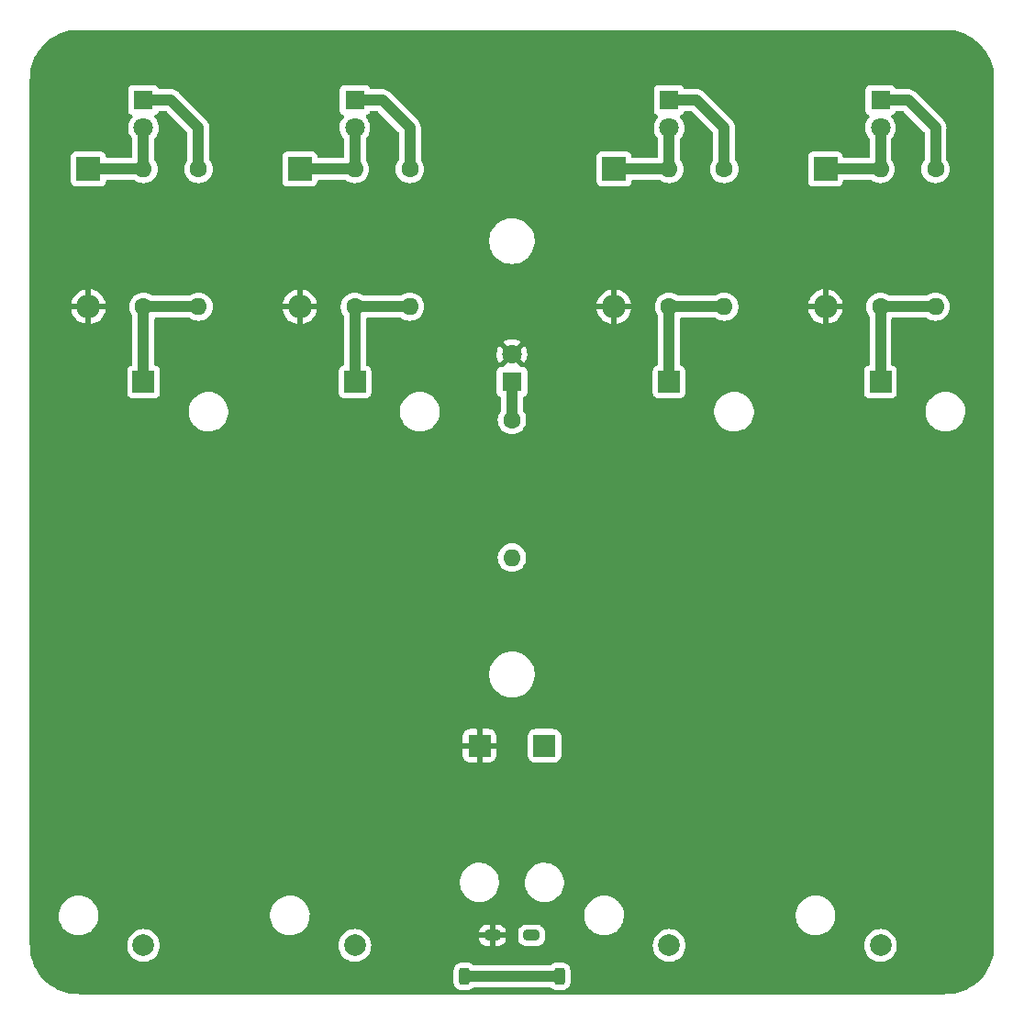
<source format=gtl>
%TF.GenerationSoftware,KiCad,Pcbnew,(6.0.2)*%
%TF.CreationDate,2022-03-25T11:37:34+00:00*%
%TF.ProjectId,nimh-charger,6e696d68-2d63-4686-9172-6765722e6b69,rev?*%
%TF.SameCoordinates,Original*%
%TF.FileFunction,Copper,L1,Top*%
%TF.FilePolarity,Positive*%
%FSLAX46Y46*%
G04 Gerber Fmt 4.6, Leading zero omitted, Abs format (unit mm)*
G04 Created by KiCad (PCBNEW (6.0.2)) date 2022-03-25 11:37:34*
%MOMM*%
%LPD*%
G01*
G04 APERTURE LIST*
G04 Aperture macros list*
%AMRoundRect*
0 Rectangle with rounded corners*
0 $1 Rounding radius*
0 $2 $3 $4 $5 $6 $7 $8 $9 X,Y pos of 4 corners*
0 Add a 4 corners polygon primitive as box body*
4,1,4,$2,$3,$4,$5,$6,$7,$8,$9,$2,$3,0*
0 Add four circle primitives for the rounded corners*
1,1,$1+$1,$2,$3*
1,1,$1+$1,$4,$5*
1,1,$1+$1,$6,$7*
1,1,$1+$1,$8,$9*
0 Add four rect primitives between the rounded corners*
20,1,$1+$1,$2,$3,$4,$5,0*
20,1,$1+$1,$4,$5,$6,$7,0*
20,1,$1+$1,$6,$7,$8,$9,0*
20,1,$1+$1,$8,$9,$2,$3,0*%
G04 Aperture macros list end*
%TA.AperFunction,ComponentPad*%
%ADD10RoundRect,0.250001X0.799999X0.799999X-0.799999X0.799999X-0.799999X-0.799999X0.799999X-0.799999X0*%
%TD*%
%TA.AperFunction,ComponentPad*%
%ADD11C,1.600000*%
%TD*%
%TA.AperFunction,ComponentPad*%
%ADD12O,1.600000X1.600000*%
%TD*%
%TA.AperFunction,ComponentPad*%
%ADD13R,1.800000X1.800000*%
%TD*%
%TA.AperFunction,ComponentPad*%
%ADD14C,1.800000*%
%TD*%
%TA.AperFunction,ComponentPad*%
%ADD15RoundRect,0.237500X-0.492500X-0.237500X0.492500X-0.237500X0.492500X0.237500X-0.492500X0.237500X0*%
%TD*%
%TA.AperFunction,ComponentPad*%
%ADD16RoundRect,0.250000X-0.250000X-0.520000X0.250000X-0.520000X0.250000X0.520000X-0.250000X0.520000X0*%
%TD*%
%TA.AperFunction,ComponentPad*%
%ADD17R,2.200000X2.200000*%
%TD*%
%TA.AperFunction,ComponentPad*%
%ADD18O,2.200000X2.200000*%
%TD*%
%TA.AperFunction,ComponentPad*%
%ADD19R,2.000000X2.000000*%
%TD*%
%TA.AperFunction,ComponentPad*%
%ADD20C,2.000000*%
%TD*%
%TA.AperFunction,Conductor*%
%ADD21C,1.000000*%
%TD*%
G04 APERTURE END LIST*
D10*
%TO.P,TP2,1,1*%
%TO.N,GND*%
X98000000Y-126575000D03*
%TD*%
%TO.P,TP1,1,1*%
%TO.N,+5V*%
X92000000Y-126575000D03*
%TD*%
D11*
%TO.P,R9,1*%
%TO.N,Net-(D9-Pad1)*%
X134080000Y-73350000D03*
D12*
%TO.P,R9,2*%
%TO.N,Net-(BT4-Pad1)*%
X134080000Y-86050000D03*
%TD*%
D11*
%TO.P,R8,1*%
%TO.N,Net-(D8-Pad1)*%
X114580000Y-73350000D03*
D12*
%TO.P,R8,2*%
%TO.N,Net-(BT3-Pad1)*%
X114580000Y-86050000D03*
%TD*%
D11*
%TO.P,R7,1*%
%TO.N,Net-(D7-Pad1)*%
X85580000Y-73350000D03*
D12*
%TO.P,R7,2*%
%TO.N,Net-(BT2-Pad1)*%
X85580000Y-86050000D03*
%TD*%
D11*
%TO.P,R6,1*%
%TO.N,Net-(D6-Pad1)*%
X66080000Y-73350000D03*
D12*
%TO.P,R6,2*%
%TO.N,Net-(BT1-Pad1)*%
X66080000Y-86050000D03*
%TD*%
D11*
%TO.P,R5,1*%
%TO.N,Net-(BT4-Pad1)*%
X129000000Y-86050000D03*
D12*
%TO.P,R5,2*%
%TO.N,Net-(D5-Pad1)*%
X129000000Y-73350000D03*
%TD*%
D11*
%TO.P,R4,1*%
%TO.N,Net-(BT3-Pad1)*%
X109500000Y-86050000D03*
D12*
%TO.P,R4,2*%
%TO.N,Net-(D4-Pad1)*%
X109500000Y-73350000D03*
%TD*%
D11*
%TO.P,R3,1*%
%TO.N,Net-(BT2-Pad1)*%
X80500000Y-86050000D03*
D12*
%TO.P,R3,2*%
%TO.N,Net-(D3-Pad1)*%
X80500000Y-73350000D03*
%TD*%
D11*
%TO.P,R2,1*%
%TO.N,Net-(BT1-Pad1)*%
X61000000Y-86050000D03*
D12*
%TO.P,R2,2*%
%TO.N,Net-(D2-Pad1)*%
X61000000Y-73350000D03*
%TD*%
D11*
%TO.P,R1,1*%
%TO.N,Net-(D1-Pad1)*%
X95000000Y-96500000D03*
D12*
%TO.P,R1,2*%
%TO.N,GND*%
X95000000Y-109200000D03*
%TD*%
D13*
%TO.P,D9,1,K*%
%TO.N,Net-(D9-Pad1)*%
X129000000Y-67000000D03*
D14*
%TO.P,D9,2,A*%
%TO.N,Net-(D5-Pad1)*%
X129000000Y-69540000D03*
%TD*%
D15*
%TO.P,J1,1,VBUS*%
%TO.N,+5V*%
X93200000Y-144057500D03*
%TO.P,J1,2,GND*%
%TO.N,GND*%
X96800000Y-144057500D03*
D16*
%TO.P,J1,3,Shield*%
%TO.N,unconnected-(J1-Pad3)*%
X90625000Y-147837500D03*
X99375000Y-147837500D03*
%TD*%
D17*
%TO.P,D5,1,K*%
%TO.N,Net-(D5-Pad1)*%
X123920000Y-73350000D03*
D18*
%TO.P,D5,2,A*%
%TO.N,+5V*%
X123920000Y-86050000D03*
%TD*%
D17*
%TO.P,D3,1,K*%
%TO.N,Net-(D3-Pad1)*%
X75420000Y-73350000D03*
D18*
%TO.P,D3,2,A*%
%TO.N,+5V*%
X75420000Y-86050000D03*
%TD*%
D13*
%TO.P,D6,1,K*%
%TO.N,Net-(D6-Pad1)*%
X61000000Y-67000000D03*
D14*
%TO.P,D6,2,A*%
%TO.N,Net-(D2-Pad1)*%
X61000000Y-69540000D03*
%TD*%
D19*
%TO.P,BT1,1,+*%
%TO.N,Net-(BT1-Pad1)*%
X61000000Y-93000000D03*
D20*
%TO.P,BT1,2,-*%
%TO.N,GND*%
X61000000Y-144990000D03*
%TD*%
D19*
%TO.P,BT4,1,+*%
%TO.N,Net-(BT4-Pad1)*%
X129000000Y-93000000D03*
D20*
%TO.P,BT4,2,-*%
%TO.N,GND*%
X129000000Y-144990000D03*
%TD*%
D13*
%TO.P,D1,1,K*%
%TO.N,Net-(D1-Pad1)*%
X95000000Y-93000000D03*
D14*
%TO.P,D1,2,A*%
%TO.N,+5V*%
X95000000Y-90460000D03*
%TD*%
D17*
%TO.P,D4,1,K*%
%TO.N,Net-(D4-Pad1)*%
X104420000Y-73350000D03*
D18*
%TO.P,D4,2,A*%
%TO.N,+5V*%
X104420000Y-86050000D03*
%TD*%
D13*
%TO.P,D7,1,K*%
%TO.N,Net-(D7-Pad1)*%
X80500000Y-67000000D03*
D14*
%TO.P,D7,2,A*%
%TO.N,Net-(D3-Pad1)*%
X80500000Y-69540000D03*
%TD*%
D19*
%TO.P,BT3,1,+*%
%TO.N,Net-(BT3-Pad1)*%
X109500000Y-93000000D03*
D20*
%TO.P,BT3,2,-*%
%TO.N,GND*%
X109500000Y-144990000D03*
%TD*%
D19*
%TO.P,BT2,1,+*%
%TO.N,Net-(BT2-Pad1)*%
X80500000Y-93000000D03*
D20*
%TO.P,BT2,2,-*%
%TO.N,GND*%
X80500000Y-144990000D03*
%TD*%
D17*
%TO.P,D2,1,K*%
%TO.N,Net-(D2-Pad1)*%
X55920000Y-73350000D03*
D18*
%TO.P,D2,2,A*%
%TO.N,+5V*%
X55920000Y-86050000D03*
%TD*%
D13*
%TO.P,D8,1,K*%
%TO.N,Net-(D8-Pad1)*%
X109500000Y-67000000D03*
D14*
%TO.P,D8,2,A*%
%TO.N,Net-(D4-Pad1)*%
X109500000Y-69540000D03*
%TD*%
D21*
%TO.N,unconnected-(J1-Pad3)*%
X90625000Y-147837500D02*
X99375000Y-147837500D01*
%TO.N,Net-(BT1-Pad1)*%
X61000000Y-86050000D02*
X61000000Y-93000000D01*
X66080000Y-86050000D02*
X61000000Y-86050000D01*
%TO.N,Net-(BT2-Pad1)*%
X80500000Y-93000000D02*
X80500000Y-86050000D01*
X85580000Y-86050000D02*
X80500000Y-86050000D01*
%TO.N,Net-(BT3-Pad1)*%
X109500000Y-86050000D02*
X109500000Y-93000000D01*
X109500000Y-86050000D02*
X114580000Y-86050000D01*
%TO.N,Net-(BT4-Pad1)*%
X129000000Y-86050000D02*
X134080000Y-86050000D01*
X129000000Y-86050000D02*
X129000000Y-93000000D01*
%TO.N,Net-(D1-Pad1)*%
X95000000Y-93000000D02*
X95000000Y-96500000D01*
%TO.N,Net-(D2-Pad1)*%
X61000000Y-73350000D02*
X61000000Y-69540000D01*
X55920000Y-73350000D02*
X61000000Y-73350000D01*
%TO.N,Net-(D3-Pad1)*%
X75420000Y-73350000D02*
X80500000Y-73350000D01*
X80500000Y-73350000D02*
X80500000Y-69540000D01*
%TO.N,Net-(D4-Pad1)*%
X109500000Y-69540000D02*
X109500000Y-73350000D01*
X104420000Y-73350000D02*
X109500000Y-73350000D01*
%TO.N,Net-(D5-Pad1)*%
X129000000Y-69540000D02*
X129000000Y-73350000D01*
X123920000Y-73350000D02*
X129000000Y-73350000D01*
%TO.N,Net-(D6-Pad1)*%
X66080000Y-69540000D02*
X66080000Y-73350000D01*
X61000000Y-67000000D02*
X63540000Y-67000000D01*
X63540000Y-67000000D02*
X66080000Y-69540000D01*
%TO.N,Net-(D7-Pad1)*%
X85580000Y-69540000D02*
X85580000Y-73350000D01*
X80500000Y-67000000D02*
X83040000Y-67000000D01*
X83040000Y-67000000D02*
X85580000Y-69540000D01*
%TO.N,Net-(D8-Pad1)*%
X114580000Y-69540000D02*
X114580000Y-73350000D01*
X112040000Y-67000000D02*
X114580000Y-69540000D01*
X109500000Y-67000000D02*
X112040000Y-67000000D01*
%TO.N,Net-(D9-Pad1)*%
X134080000Y-69540000D02*
X134080000Y-73350000D01*
X131540000Y-67000000D02*
X134080000Y-69540000D01*
X129000000Y-67000000D02*
X131540000Y-67000000D01*
%TD*%
%TA.AperFunction,Conductor*%
%TO.N,+5V*%
G36*
X134970057Y-60509500D02*
G01*
X134984858Y-60511805D01*
X134984861Y-60511805D01*
X134993730Y-60513186D01*
X135014158Y-60510515D01*
X135035983Y-60509571D01*
X135386007Y-60524853D01*
X135396958Y-60525811D01*
X135774579Y-60575527D01*
X135785403Y-60577436D01*
X136157243Y-60659870D01*
X136167860Y-60662715D01*
X136531110Y-60777248D01*
X136541425Y-60781001D01*
X136893334Y-60926766D01*
X136903269Y-60931399D01*
X137241128Y-61107278D01*
X137250637Y-61112768D01*
X137571860Y-61317410D01*
X137580864Y-61323714D01*
X137883043Y-61555583D01*
X137891463Y-61562649D01*
X138172268Y-61819959D01*
X138180041Y-61827732D01*
X138437351Y-62108537D01*
X138444417Y-62116957D01*
X138676286Y-62419136D01*
X138682590Y-62428140D01*
X138887232Y-62749363D01*
X138892722Y-62758872D01*
X139068601Y-63096731D01*
X139073238Y-63106675D01*
X139218996Y-63458568D01*
X139222755Y-63468897D01*
X139337285Y-63832139D01*
X139340130Y-63842757D01*
X139422564Y-64214597D01*
X139424473Y-64225421D01*
X139474189Y-64603042D01*
X139475147Y-64613993D01*
X139490104Y-64956583D01*
X139488724Y-64981461D01*
X139486814Y-64993730D01*
X139488638Y-65007678D01*
X139490936Y-65025251D01*
X139492000Y-65041589D01*
X139492000Y-144950672D01*
X139490500Y-144970056D01*
X139486814Y-144993730D01*
X139489485Y-145014158D01*
X139490429Y-145035983D01*
X139482317Y-145221777D01*
X139475147Y-145386007D01*
X139474189Y-145396958D01*
X139424473Y-145774579D01*
X139422564Y-145785403D01*
X139340130Y-146157243D01*
X139337285Y-146167860D01*
X139231564Y-146503165D01*
X139222755Y-146531103D01*
X139218999Y-146541425D01*
X139091441Y-146849380D01*
X139073238Y-146893325D01*
X139068601Y-146903269D01*
X138892722Y-147241128D01*
X138887232Y-147250637D01*
X138682590Y-147571860D01*
X138676286Y-147580864D01*
X138480081Y-147836565D01*
X138444417Y-147883043D01*
X138437351Y-147891463D01*
X138180041Y-148172268D01*
X138172268Y-148180041D01*
X137891463Y-148437351D01*
X137883046Y-148444414D01*
X137785989Y-148518889D01*
X137580864Y-148676286D01*
X137571860Y-148682590D01*
X137250637Y-148887232D01*
X137241128Y-148892722D01*
X136903269Y-149068601D01*
X136893334Y-149073234D01*
X136541425Y-149218999D01*
X136531110Y-149222752D01*
X136167861Y-149337285D01*
X136157243Y-149340130D01*
X135785403Y-149422564D01*
X135774579Y-149424473D01*
X135396958Y-149474189D01*
X135386007Y-149475147D01*
X135043417Y-149490104D01*
X135018539Y-149488724D01*
X135018160Y-149488665D01*
X135006270Y-149486814D01*
X134974749Y-149490936D01*
X134958411Y-149492000D01*
X55049328Y-149492000D01*
X55029943Y-149490500D01*
X55015142Y-149488195D01*
X55015139Y-149488195D01*
X55006270Y-149486814D01*
X54985842Y-149489485D01*
X54964017Y-149490429D01*
X54613993Y-149475147D01*
X54603042Y-149474189D01*
X54225421Y-149424473D01*
X54214597Y-149422564D01*
X53842757Y-149340130D01*
X53832139Y-149337285D01*
X53468890Y-149222752D01*
X53458575Y-149218999D01*
X53106666Y-149073234D01*
X53096731Y-149068601D01*
X52758872Y-148892722D01*
X52749363Y-148887232D01*
X52428140Y-148682590D01*
X52419136Y-148676286D01*
X52214011Y-148518889D01*
X52116954Y-148444414D01*
X52108537Y-148437351D01*
X51827732Y-148180041D01*
X51819959Y-148172268D01*
X51562649Y-147891463D01*
X51555583Y-147883043D01*
X51519920Y-147836565D01*
X51515209Y-147830425D01*
X89611645Y-147830425D01*
X89612204Y-147836565D01*
X89615981Y-147878070D01*
X89616500Y-147889490D01*
X89616500Y-148407900D01*
X89616837Y-148411146D01*
X89616837Y-148411150D01*
X89619556Y-148437351D01*
X89627474Y-148513666D01*
X89683450Y-148681446D01*
X89776522Y-148831848D01*
X89901697Y-148956805D01*
X89907927Y-148960645D01*
X89907928Y-148960646D01*
X90045090Y-149045194D01*
X90052262Y-149049615D01*
X90071006Y-149055832D01*
X90213611Y-149103132D01*
X90213613Y-149103132D01*
X90220139Y-149105297D01*
X90226975Y-149105997D01*
X90226978Y-149105998D01*
X90270031Y-149110409D01*
X90324600Y-149116000D01*
X90925400Y-149116000D01*
X90928646Y-149115663D01*
X90928650Y-149115663D01*
X91024308Y-149105738D01*
X91024312Y-149105737D01*
X91031166Y-149105026D01*
X91037702Y-149102845D01*
X91037704Y-149102845D01*
X91178618Y-149055832D01*
X91198946Y-149049050D01*
X91349348Y-148955978D01*
X91412488Y-148892728D01*
X91422217Y-148882982D01*
X91484500Y-148848903D01*
X91511390Y-148846000D01*
X98488572Y-148846000D01*
X98556693Y-148866002D01*
X98577590Y-148882827D01*
X98651697Y-148956805D01*
X98657927Y-148960645D01*
X98657928Y-148960646D01*
X98795090Y-149045194D01*
X98802262Y-149049615D01*
X98821006Y-149055832D01*
X98963611Y-149103132D01*
X98963613Y-149103132D01*
X98970139Y-149105297D01*
X98976975Y-149105997D01*
X98976978Y-149105998D01*
X99020031Y-149110409D01*
X99074600Y-149116000D01*
X99675400Y-149116000D01*
X99678646Y-149115663D01*
X99678650Y-149115663D01*
X99774308Y-149105738D01*
X99774312Y-149105737D01*
X99781166Y-149105026D01*
X99787702Y-149102845D01*
X99787704Y-149102845D01*
X99928618Y-149055832D01*
X99948946Y-149049050D01*
X100099348Y-148955978D01*
X100224305Y-148830803D01*
X100317115Y-148680238D01*
X100372797Y-148512361D01*
X100383500Y-148407900D01*
X100383500Y-147897373D01*
X100384190Y-147884203D01*
X100387711Y-147850704D01*
X100387711Y-147850702D01*
X100388355Y-147844575D01*
X100384019Y-147796930D01*
X100383500Y-147785510D01*
X100383500Y-147267100D01*
X100372526Y-147161334D01*
X100316550Y-146993554D01*
X100223478Y-146843152D01*
X100098303Y-146718195D01*
X100092072Y-146714354D01*
X99953968Y-146629225D01*
X99953966Y-146629224D01*
X99947738Y-146625385D01*
X99787254Y-146572155D01*
X99786389Y-146571868D01*
X99786387Y-146571868D01*
X99779861Y-146569703D01*
X99773025Y-146569003D01*
X99773022Y-146569002D01*
X99729969Y-146564591D01*
X99675400Y-146559000D01*
X99074600Y-146559000D01*
X99071354Y-146559337D01*
X99071350Y-146559337D01*
X98975692Y-146569262D01*
X98975688Y-146569263D01*
X98968834Y-146569974D01*
X98962298Y-146572155D01*
X98962296Y-146572155D01*
X98830194Y-146616228D01*
X98801054Y-146625950D01*
X98650652Y-146719022D01*
X98645479Y-146724204D01*
X98577783Y-146792018D01*
X98515500Y-146826097D01*
X98488610Y-146829000D01*
X91511428Y-146829000D01*
X91443307Y-146808998D01*
X91422410Y-146792173D01*
X91353483Y-146723366D01*
X91348303Y-146718195D01*
X91342072Y-146714354D01*
X91203968Y-146629225D01*
X91203966Y-146629224D01*
X91197738Y-146625385D01*
X91037254Y-146572155D01*
X91036389Y-146571868D01*
X91036387Y-146571868D01*
X91029861Y-146569703D01*
X91023025Y-146569003D01*
X91023022Y-146569002D01*
X90979969Y-146564591D01*
X90925400Y-146559000D01*
X90324600Y-146559000D01*
X90321354Y-146559337D01*
X90321350Y-146559337D01*
X90225692Y-146569262D01*
X90225688Y-146569263D01*
X90218834Y-146569974D01*
X90212298Y-146572155D01*
X90212296Y-146572155D01*
X90080194Y-146616228D01*
X90051054Y-146625950D01*
X89900652Y-146719022D01*
X89775695Y-146844197D01*
X89771855Y-146850427D01*
X89771854Y-146850428D01*
X89739271Y-146903288D01*
X89682885Y-146994762D01*
X89627203Y-147162639D01*
X89616500Y-147267100D01*
X89616500Y-147777627D01*
X89615810Y-147790797D01*
X89611645Y-147830425D01*
X51515209Y-147830425D01*
X51323714Y-147580864D01*
X51317410Y-147571860D01*
X51112768Y-147250637D01*
X51107278Y-147241128D01*
X50931399Y-146903269D01*
X50926762Y-146893325D01*
X50908560Y-146849380D01*
X50781001Y-146541425D01*
X50777245Y-146531103D01*
X50768437Y-146503165D01*
X50662715Y-146167860D01*
X50659870Y-146157243D01*
X50577436Y-145785403D01*
X50575527Y-145774579D01*
X50525811Y-145396957D01*
X50524853Y-145386006D01*
X50517898Y-145226711D01*
X50510059Y-145047172D01*
X50511686Y-145020769D01*
X50512263Y-145017342D01*
X50512263Y-145017340D01*
X50513071Y-145012539D01*
X50513224Y-145000000D01*
X50511792Y-144990000D01*
X59486835Y-144990000D01*
X59505465Y-145226711D01*
X59560895Y-145457594D01*
X59651760Y-145676963D01*
X59654346Y-145681183D01*
X59773241Y-145875202D01*
X59773245Y-145875208D01*
X59775824Y-145879416D01*
X59930031Y-146059969D01*
X60110584Y-146214176D01*
X60114792Y-146216755D01*
X60114798Y-146216759D01*
X60308817Y-146335654D01*
X60313037Y-146338240D01*
X60317607Y-146340133D01*
X60317611Y-146340135D01*
X60527833Y-146427211D01*
X60532406Y-146429105D01*
X60612609Y-146448360D01*
X60758476Y-146483380D01*
X60758482Y-146483381D01*
X60763289Y-146484535D01*
X61000000Y-146503165D01*
X61236711Y-146484535D01*
X61241518Y-146483381D01*
X61241524Y-146483380D01*
X61387391Y-146448360D01*
X61467594Y-146429105D01*
X61472167Y-146427211D01*
X61682389Y-146340135D01*
X61682393Y-146340133D01*
X61686963Y-146338240D01*
X61691183Y-146335654D01*
X61885202Y-146216759D01*
X61885208Y-146216755D01*
X61889416Y-146214176D01*
X62069969Y-146059969D01*
X62224176Y-145879416D01*
X62226755Y-145875208D01*
X62226759Y-145875202D01*
X62345654Y-145681183D01*
X62348240Y-145676963D01*
X62439105Y-145457594D01*
X62494535Y-145226711D01*
X62513165Y-144990000D01*
X78986835Y-144990000D01*
X79005465Y-145226711D01*
X79060895Y-145457594D01*
X79151760Y-145676963D01*
X79154346Y-145681183D01*
X79273241Y-145875202D01*
X79273245Y-145875208D01*
X79275824Y-145879416D01*
X79430031Y-146059969D01*
X79610584Y-146214176D01*
X79614792Y-146216755D01*
X79614798Y-146216759D01*
X79808817Y-146335654D01*
X79813037Y-146338240D01*
X79817607Y-146340133D01*
X79817611Y-146340135D01*
X80027833Y-146427211D01*
X80032406Y-146429105D01*
X80112609Y-146448360D01*
X80258476Y-146483380D01*
X80258482Y-146483381D01*
X80263289Y-146484535D01*
X80500000Y-146503165D01*
X80736711Y-146484535D01*
X80741518Y-146483381D01*
X80741524Y-146483380D01*
X80887391Y-146448360D01*
X80967594Y-146429105D01*
X80972167Y-146427211D01*
X81182389Y-146340135D01*
X81182393Y-146340133D01*
X81186963Y-146338240D01*
X81191183Y-146335654D01*
X81385202Y-146216759D01*
X81385208Y-146216755D01*
X81389416Y-146214176D01*
X81569969Y-146059969D01*
X81724176Y-145879416D01*
X81726755Y-145875208D01*
X81726759Y-145875202D01*
X81845654Y-145681183D01*
X81848240Y-145676963D01*
X81939105Y-145457594D01*
X81994535Y-145226711D01*
X82013165Y-144990000D01*
X81994535Y-144753289D01*
X81939105Y-144522406D01*
X81911239Y-144455131D01*
X81864075Y-144341266D01*
X91962000Y-144341266D01*
X91962337Y-144347782D01*
X91972075Y-144441632D01*
X91974968Y-144455028D01*
X92025488Y-144606453D01*
X92031653Y-144619615D01*
X92115426Y-144754992D01*
X92124460Y-144766390D01*
X92237129Y-144878863D01*
X92248540Y-144887875D01*
X92384063Y-144971412D01*
X92397241Y-144977556D01*
X92548766Y-145027815D01*
X92562132Y-145030681D01*
X92654770Y-145040172D01*
X92661185Y-145040500D01*
X92927885Y-145040500D01*
X92943124Y-145036025D01*
X92944329Y-145034635D01*
X92946000Y-145026952D01*
X92946000Y-145022385D01*
X93454000Y-145022385D01*
X93458475Y-145037624D01*
X93459865Y-145038829D01*
X93467548Y-145040500D01*
X93738766Y-145040500D01*
X93745282Y-145040163D01*
X93839132Y-145030425D01*
X93852528Y-145027532D01*
X94003953Y-144977012D01*
X94017115Y-144970847D01*
X94152492Y-144887074D01*
X94163890Y-144878040D01*
X94276363Y-144765371D01*
X94285375Y-144753960D01*
X94368912Y-144618437D01*
X94375056Y-144605259D01*
X94425315Y-144453734D01*
X94428181Y-144440368D01*
X94437672Y-144347730D01*
X94437833Y-144344572D01*
X95561500Y-144344572D01*
X95561837Y-144347818D01*
X95561837Y-144347822D01*
X95571571Y-144441632D01*
X95572293Y-144448593D01*
X95627346Y-144613607D01*
X95718884Y-144761531D01*
X95724066Y-144766704D01*
X95836816Y-144879258D01*
X95836821Y-144879262D01*
X95841997Y-144884429D01*
X95848227Y-144888269D01*
X95848228Y-144888270D01*
X95980911Y-144970057D01*
X95990080Y-144975709D01*
X96155191Y-145030474D01*
X96162027Y-145031174D01*
X96162030Y-145031175D01*
X96209370Y-145036025D01*
X96257928Y-145041000D01*
X97342072Y-145041000D01*
X97345318Y-145040663D01*
X97345322Y-145040663D01*
X97439235Y-145030919D01*
X97439239Y-145030918D01*
X97446093Y-145030207D01*
X97452629Y-145028026D01*
X97452631Y-145028026D01*
X97566608Y-144990000D01*
X107986835Y-144990000D01*
X108005465Y-145226711D01*
X108060895Y-145457594D01*
X108151760Y-145676963D01*
X108154346Y-145681183D01*
X108273241Y-145875202D01*
X108273245Y-145875208D01*
X108275824Y-145879416D01*
X108430031Y-146059969D01*
X108610584Y-146214176D01*
X108614792Y-146216755D01*
X108614798Y-146216759D01*
X108808817Y-146335654D01*
X108813037Y-146338240D01*
X108817607Y-146340133D01*
X108817611Y-146340135D01*
X109027833Y-146427211D01*
X109032406Y-146429105D01*
X109112609Y-146448360D01*
X109258476Y-146483380D01*
X109258482Y-146483381D01*
X109263289Y-146484535D01*
X109500000Y-146503165D01*
X109736711Y-146484535D01*
X109741518Y-146483381D01*
X109741524Y-146483380D01*
X109887391Y-146448360D01*
X109967594Y-146429105D01*
X109972167Y-146427211D01*
X110182389Y-146340135D01*
X110182393Y-146340133D01*
X110186963Y-146338240D01*
X110191183Y-146335654D01*
X110385202Y-146216759D01*
X110385208Y-146216755D01*
X110389416Y-146214176D01*
X110569969Y-146059969D01*
X110724176Y-145879416D01*
X110726755Y-145875208D01*
X110726759Y-145875202D01*
X110845654Y-145681183D01*
X110848240Y-145676963D01*
X110939105Y-145457594D01*
X110994535Y-145226711D01*
X111013165Y-144990000D01*
X127486835Y-144990000D01*
X127505465Y-145226711D01*
X127560895Y-145457594D01*
X127651760Y-145676963D01*
X127654346Y-145681183D01*
X127773241Y-145875202D01*
X127773245Y-145875208D01*
X127775824Y-145879416D01*
X127930031Y-146059969D01*
X128110584Y-146214176D01*
X128114792Y-146216755D01*
X128114798Y-146216759D01*
X128308817Y-146335654D01*
X128313037Y-146338240D01*
X128317607Y-146340133D01*
X128317611Y-146340135D01*
X128527833Y-146427211D01*
X128532406Y-146429105D01*
X128612609Y-146448360D01*
X128758476Y-146483380D01*
X128758482Y-146483381D01*
X128763289Y-146484535D01*
X129000000Y-146503165D01*
X129236711Y-146484535D01*
X129241518Y-146483381D01*
X129241524Y-146483380D01*
X129387391Y-146448360D01*
X129467594Y-146429105D01*
X129472167Y-146427211D01*
X129682389Y-146340135D01*
X129682393Y-146340133D01*
X129686963Y-146338240D01*
X129691183Y-146335654D01*
X129885202Y-146216759D01*
X129885208Y-146216755D01*
X129889416Y-146214176D01*
X130069969Y-146059969D01*
X130224176Y-145879416D01*
X130226755Y-145875208D01*
X130226759Y-145875202D01*
X130345654Y-145681183D01*
X130348240Y-145676963D01*
X130439105Y-145457594D01*
X130494535Y-145226711D01*
X130513165Y-144990000D01*
X130494535Y-144753289D01*
X130439105Y-144522406D01*
X130411239Y-144455131D01*
X130350135Y-144307611D01*
X130350133Y-144307607D01*
X130348240Y-144303037D01*
X130345654Y-144298817D01*
X130226759Y-144104798D01*
X130226755Y-144104792D01*
X130224176Y-144100584D01*
X130069969Y-143920031D01*
X129889416Y-143765824D01*
X129885208Y-143763245D01*
X129885202Y-143763241D01*
X129691183Y-143644346D01*
X129686963Y-143641760D01*
X129682393Y-143639867D01*
X129682389Y-143639865D01*
X129472167Y-143552789D01*
X129472165Y-143552788D01*
X129467594Y-143550895D01*
X129387391Y-143531640D01*
X129241524Y-143496620D01*
X129241518Y-143496619D01*
X129236711Y-143495465D01*
X129000000Y-143476835D01*
X128763289Y-143495465D01*
X128758482Y-143496619D01*
X128758476Y-143496620D01*
X128612609Y-143531640D01*
X128532406Y-143550895D01*
X128527835Y-143552788D01*
X128527833Y-143552789D01*
X128317611Y-143639865D01*
X128317607Y-143639867D01*
X128313037Y-143641760D01*
X128308817Y-143644346D01*
X128114798Y-143763241D01*
X128114792Y-143763245D01*
X128110584Y-143765824D01*
X127930031Y-143920031D01*
X127775824Y-144100584D01*
X127773245Y-144104792D01*
X127773241Y-144104798D01*
X127654346Y-144298817D01*
X127651760Y-144303037D01*
X127649867Y-144307607D01*
X127649865Y-144307611D01*
X127588761Y-144455131D01*
X127560895Y-144522406D01*
X127505465Y-144753289D01*
X127486835Y-144990000D01*
X111013165Y-144990000D01*
X110994535Y-144753289D01*
X110939105Y-144522406D01*
X110911239Y-144455131D01*
X110850135Y-144307611D01*
X110850133Y-144307607D01*
X110848240Y-144303037D01*
X110845654Y-144298817D01*
X110726759Y-144104798D01*
X110726755Y-144104792D01*
X110724176Y-144100584D01*
X110569969Y-143920031D01*
X110389416Y-143765824D01*
X110385208Y-143763245D01*
X110385202Y-143763241D01*
X110191183Y-143644346D01*
X110186963Y-143641760D01*
X110182393Y-143639867D01*
X110182389Y-143639865D01*
X109972167Y-143552789D01*
X109972165Y-143552788D01*
X109967594Y-143550895D01*
X109887391Y-143531640D01*
X109741524Y-143496620D01*
X109741518Y-143496619D01*
X109736711Y-143495465D01*
X109500000Y-143476835D01*
X109263289Y-143495465D01*
X109258482Y-143496619D01*
X109258476Y-143496620D01*
X109112609Y-143531640D01*
X109032406Y-143550895D01*
X109027835Y-143552788D01*
X109027833Y-143552789D01*
X108817611Y-143639865D01*
X108817607Y-143639867D01*
X108813037Y-143641760D01*
X108808817Y-143644346D01*
X108614798Y-143763241D01*
X108614792Y-143763245D01*
X108610584Y-143765824D01*
X108430031Y-143920031D01*
X108275824Y-144100584D01*
X108273245Y-144104792D01*
X108273241Y-144104798D01*
X108154346Y-144298817D01*
X108151760Y-144303037D01*
X108149867Y-144307607D01*
X108149865Y-144307611D01*
X108088761Y-144455131D01*
X108060895Y-144522406D01*
X108005465Y-144753289D01*
X107986835Y-144990000D01*
X97566608Y-144990000D01*
X97585395Y-144983732D01*
X97611107Y-144975154D01*
X97759031Y-144883616D01*
X97764597Y-144878040D01*
X97876758Y-144765684D01*
X97876762Y-144765679D01*
X97881929Y-144760503D01*
X97889343Y-144748476D01*
X97969369Y-144618650D01*
X97969370Y-144618648D01*
X97973209Y-144612420D01*
X98027974Y-144447309D01*
X98038500Y-144344572D01*
X98038500Y-143770428D01*
X98038163Y-143767178D01*
X98028419Y-143673265D01*
X98028418Y-143673261D01*
X98027707Y-143666407D01*
X97972654Y-143501393D01*
X97881116Y-143353469D01*
X97869956Y-143342328D01*
X97763184Y-143235742D01*
X97763179Y-143235738D01*
X97758003Y-143230571D01*
X97751772Y-143226730D01*
X97616150Y-143143131D01*
X97616148Y-143143130D01*
X97609920Y-143139291D01*
X97444809Y-143084526D01*
X97437973Y-143083826D01*
X97437970Y-143083825D01*
X97386474Y-143078549D01*
X97342072Y-143074000D01*
X96257928Y-143074000D01*
X96254682Y-143074337D01*
X96254678Y-143074337D01*
X96160765Y-143084081D01*
X96160761Y-143084082D01*
X96153907Y-143084793D01*
X96147371Y-143086974D01*
X96147369Y-143086974D01*
X96064223Y-143114714D01*
X95988893Y-143139846D01*
X95840969Y-143231384D01*
X95835796Y-143236566D01*
X95723242Y-143349316D01*
X95723238Y-143349321D01*
X95718071Y-143354497D01*
X95714231Y-143360727D01*
X95714230Y-143360728D01*
X95631364Y-143495162D01*
X95626791Y-143502580D01*
X95572026Y-143667691D01*
X95561500Y-143770428D01*
X95561500Y-144344572D01*
X94437833Y-144344572D01*
X94438000Y-144341315D01*
X94438000Y-144329615D01*
X94433525Y-144314376D01*
X94432135Y-144313171D01*
X94424452Y-144311500D01*
X93472115Y-144311500D01*
X93456876Y-144315975D01*
X93455671Y-144317365D01*
X93454000Y-144325048D01*
X93454000Y-145022385D01*
X92946000Y-145022385D01*
X92946000Y-144329615D01*
X92941525Y-144314376D01*
X92940135Y-144313171D01*
X92932452Y-144311500D01*
X91980115Y-144311500D01*
X91964876Y-144315975D01*
X91963671Y-144317365D01*
X91962000Y-144325048D01*
X91962000Y-144341266D01*
X81864075Y-144341266D01*
X81850135Y-144307611D01*
X81850133Y-144307607D01*
X81848240Y-144303037D01*
X81845654Y-144298817D01*
X81726759Y-144104798D01*
X81726755Y-144104792D01*
X81724176Y-144100584D01*
X81569969Y-143920031D01*
X81412319Y-143785385D01*
X91962000Y-143785385D01*
X91966475Y-143800624D01*
X91967865Y-143801829D01*
X91975548Y-143803500D01*
X92927885Y-143803500D01*
X92943124Y-143799025D01*
X92944329Y-143797635D01*
X92946000Y-143789952D01*
X92946000Y-143785385D01*
X93454000Y-143785385D01*
X93458475Y-143800624D01*
X93459865Y-143801829D01*
X93467548Y-143803500D01*
X94419885Y-143803500D01*
X94435124Y-143799025D01*
X94436329Y-143797635D01*
X94438000Y-143789952D01*
X94438000Y-143773734D01*
X94437663Y-143767218D01*
X94427925Y-143673368D01*
X94425032Y-143659972D01*
X94374512Y-143508547D01*
X94368347Y-143495385D01*
X94284574Y-143360008D01*
X94275540Y-143348610D01*
X94162871Y-143236137D01*
X94151460Y-143227125D01*
X94015937Y-143143588D01*
X94002759Y-143137444D01*
X93851234Y-143087185D01*
X93837868Y-143084319D01*
X93745230Y-143074828D01*
X93738815Y-143074500D01*
X93472115Y-143074500D01*
X93456876Y-143078975D01*
X93455671Y-143080365D01*
X93454000Y-143088048D01*
X93454000Y-143785385D01*
X92946000Y-143785385D01*
X92946000Y-143092615D01*
X92941525Y-143077376D01*
X92940135Y-143076171D01*
X92932452Y-143074500D01*
X92661234Y-143074500D01*
X92654718Y-143074837D01*
X92560868Y-143084575D01*
X92547472Y-143087468D01*
X92396047Y-143137988D01*
X92382885Y-143144153D01*
X92247508Y-143227926D01*
X92236110Y-143236960D01*
X92123637Y-143349629D01*
X92114625Y-143361040D01*
X92031088Y-143496563D01*
X92024944Y-143509741D01*
X91974685Y-143661266D01*
X91971819Y-143674632D01*
X91962328Y-143767270D01*
X91962000Y-143773685D01*
X91962000Y-143785385D01*
X81412319Y-143785385D01*
X81389416Y-143765824D01*
X81385208Y-143763245D01*
X81385202Y-143763241D01*
X81191183Y-143644346D01*
X81186963Y-143641760D01*
X81182393Y-143639867D01*
X81182389Y-143639865D01*
X80972167Y-143552789D01*
X80972165Y-143552788D01*
X80967594Y-143550895D01*
X80887391Y-143531640D01*
X80741524Y-143496620D01*
X80741518Y-143496619D01*
X80736711Y-143495465D01*
X80500000Y-143476835D01*
X80263289Y-143495465D01*
X80258482Y-143496619D01*
X80258476Y-143496620D01*
X80112609Y-143531640D01*
X80032406Y-143550895D01*
X80027835Y-143552788D01*
X80027833Y-143552789D01*
X79817611Y-143639865D01*
X79817607Y-143639867D01*
X79813037Y-143641760D01*
X79808817Y-143644346D01*
X79614798Y-143763241D01*
X79614792Y-143763245D01*
X79610584Y-143765824D01*
X79430031Y-143920031D01*
X79275824Y-144100584D01*
X79273245Y-144104792D01*
X79273241Y-144104798D01*
X79154346Y-144298817D01*
X79151760Y-144303037D01*
X79149867Y-144307607D01*
X79149865Y-144307611D01*
X79088761Y-144455131D01*
X79060895Y-144522406D01*
X79005465Y-144753289D01*
X78986835Y-144990000D01*
X62513165Y-144990000D01*
X62494535Y-144753289D01*
X62439105Y-144522406D01*
X62411239Y-144455131D01*
X62350135Y-144307611D01*
X62350133Y-144307607D01*
X62348240Y-144303037D01*
X62345654Y-144298817D01*
X62226759Y-144104798D01*
X62226755Y-144104792D01*
X62224176Y-144100584D01*
X62069969Y-143920031D01*
X61889416Y-143765824D01*
X61885208Y-143763245D01*
X61885202Y-143763241D01*
X61691183Y-143644346D01*
X61686963Y-143641760D01*
X61682393Y-143639867D01*
X61682389Y-143639865D01*
X61472167Y-143552789D01*
X61472165Y-143552788D01*
X61467594Y-143550895D01*
X61387391Y-143531640D01*
X61241524Y-143496620D01*
X61241518Y-143496619D01*
X61236711Y-143495465D01*
X61000000Y-143476835D01*
X60763289Y-143495465D01*
X60758482Y-143496619D01*
X60758476Y-143496620D01*
X60612609Y-143531640D01*
X60532406Y-143550895D01*
X60527835Y-143552788D01*
X60527833Y-143552789D01*
X60317611Y-143639865D01*
X60317607Y-143639867D01*
X60313037Y-143641760D01*
X60308817Y-143644346D01*
X60114798Y-143763241D01*
X60114792Y-143763245D01*
X60110584Y-143765824D01*
X59930031Y-143920031D01*
X59775824Y-144100584D01*
X59773245Y-144104792D01*
X59773241Y-144104798D01*
X59654346Y-144298817D01*
X59651760Y-144303037D01*
X59649867Y-144307607D01*
X59649865Y-144307611D01*
X59588761Y-144455131D01*
X59560895Y-144522406D01*
X59505465Y-144753289D01*
X59486835Y-144990000D01*
X50511792Y-144990000D01*
X50509273Y-144972412D01*
X50508000Y-144954549D01*
X50508000Y-142341940D01*
X53174793Y-142341940D01*
X53211442Y-142611232D01*
X53287493Y-142872150D01*
X53401274Y-143118960D01*
X53417121Y-143143131D01*
X53547720Y-143342328D01*
X53547724Y-143342333D01*
X53550286Y-143346241D01*
X53553403Y-143349733D01*
X53694966Y-143508341D01*
X53731256Y-143549001D01*
X53940207Y-143722784D01*
X53989120Y-143752465D01*
X54168554Y-143861349D01*
X54168559Y-143861351D01*
X54172551Y-143863774D01*
X54423182Y-143968872D01*
X54686594Y-144035770D01*
X54912322Y-144058500D01*
X55073991Y-144058500D01*
X55076316Y-144058327D01*
X55076322Y-144058327D01*
X55271375Y-144043832D01*
X55271379Y-144043831D01*
X55276027Y-144043486D01*
X55541101Y-143983506D01*
X55575773Y-143970023D01*
X55790044Y-143886698D01*
X55790046Y-143886697D01*
X55794397Y-143885005D01*
X55828379Y-143865583D01*
X55937001Y-143803500D01*
X56030351Y-143750146D01*
X56243780Y-143581892D01*
X56429996Y-143383939D01*
X56446098Y-143360728D01*
X56582244Y-143164474D01*
X56582247Y-143164469D01*
X56584906Y-143160636D01*
X56596343Y-143137444D01*
X56703044Y-142921077D01*
X56703045Y-142921074D01*
X56705109Y-142916889D01*
X56787964Y-142658052D01*
X56831649Y-142389811D01*
X56832276Y-142341940D01*
X72674793Y-142341940D01*
X72711442Y-142611232D01*
X72787493Y-142872150D01*
X72901274Y-143118960D01*
X72917121Y-143143131D01*
X73047720Y-143342328D01*
X73047724Y-143342333D01*
X73050286Y-143346241D01*
X73053403Y-143349733D01*
X73194966Y-143508341D01*
X73231256Y-143549001D01*
X73440207Y-143722784D01*
X73489120Y-143752465D01*
X73668554Y-143861349D01*
X73668559Y-143861351D01*
X73672551Y-143863774D01*
X73923182Y-143968872D01*
X74186594Y-144035770D01*
X74412322Y-144058500D01*
X74573991Y-144058500D01*
X74576316Y-144058327D01*
X74576322Y-144058327D01*
X74771375Y-144043832D01*
X74771379Y-144043831D01*
X74776027Y-144043486D01*
X75041101Y-143983506D01*
X75075773Y-143970023D01*
X75290044Y-143886698D01*
X75290046Y-143886697D01*
X75294397Y-143885005D01*
X75328379Y-143865583D01*
X75437001Y-143803500D01*
X75530351Y-143750146D01*
X75743780Y-143581892D01*
X75929996Y-143383939D01*
X75946098Y-143360728D01*
X76082244Y-143164474D01*
X76082247Y-143164469D01*
X76084906Y-143160636D01*
X76096343Y-143137444D01*
X76203044Y-142921077D01*
X76203045Y-142921074D01*
X76205109Y-142916889D01*
X76287964Y-142658052D01*
X76331649Y-142389811D01*
X76332276Y-142341940D01*
X101674793Y-142341940D01*
X101711442Y-142611232D01*
X101787493Y-142872150D01*
X101901274Y-143118960D01*
X101917121Y-143143131D01*
X102047720Y-143342328D01*
X102047724Y-143342333D01*
X102050286Y-143346241D01*
X102053403Y-143349733D01*
X102194966Y-143508341D01*
X102231256Y-143549001D01*
X102440207Y-143722784D01*
X102489120Y-143752465D01*
X102668554Y-143861349D01*
X102668559Y-143861351D01*
X102672551Y-143863774D01*
X102923182Y-143968872D01*
X103186594Y-144035770D01*
X103412322Y-144058500D01*
X103573991Y-144058500D01*
X103576316Y-144058327D01*
X103576322Y-144058327D01*
X103771375Y-144043832D01*
X103771379Y-144043831D01*
X103776027Y-144043486D01*
X104041101Y-143983506D01*
X104075773Y-143970023D01*
X104290044Y-143886698D01*
X104290046Y-143886697D01*
X104294397Y-143885005D01*
X104328379Y-143865583D01*
X104437001Y-143803500D01*
X104530351Y-143750146D01*
X104743780Y-143581892D01*
X104929996Y-143383939D01*
X104946098Y-143360728D01*
X105082244Y-143164474D01*
X105082247Y-143164469D01*
X105084906Y-143160636D01*
X105096343Y-143137444D01*
X105203044Y-142921077D01*
X105203045Y-142921074D01*
X105205109Y-142916889D01*
X105287964Y-142658052D01*
X105331649Y-142389811D01*
X105332276Y-142341940D01*
X121174793Y-142341940D01*
X121211442Y-142611232D01*
X121287493Y-142872150D01*
X121401274Y-143118960D01*
X121417121Y-143143131D01*
X121547720Y-143342328D01*
X121547724Y-143342333D01*
X121550286Y-143346241D01*
X121553403Y-143349733D01*
X121694966Y-143508341D01*
X121731256Y-143549001D01*
X121940207Y-143722784D01*
X121989120Y-143752465D01*
X122168554Y-143861349D01*
X122168559Y-143861351D01*
X122172551Y-143863774D01*
X122423182Y-143968872D01*
X122686594Y-144035770D01*
X122912322Y-144058500D01*
X123073991Y-144058500D01*
X123076316Y-144058327D01*
X123076322Y-144058327D01*
X123271375Y-144043832D01*
X123271379Y-144043831D01*
X123276027Y-144043486D01*
X123541101Y-143983506D01*
X123575773Y-143970023D01*
X123790044Y-143886698D01*
X123790046Y-143886697D01*
X123794397Y-143885005D01*
X123828379Y-143865583D01*
X123937001Y-143803500D01*
X124030351Y-143750146D01*
X124243780Y-143581892D01*
X124429996Y-143383939D01*
X124446098Y-143360728D01*
X124582244Y-143164474D01*
X124582247Y-143164469D01*
X124584906Y-143160636D01*
X124596343Y-143137444D01*
X124703044Y-142921077D01*
X124703045Y-142921074D01*
X124705109Y-142916889D01*
X124787964Y-142658052D01*
X124831649Y-142389811D01*
X124835207Y-142118060D01*
X124798558Y-141848768D01*
X124722507Y-141587850D01*
X124608726Y-141341040D01*
X124574726Y-141289181D01*
X124462280Y-141117672D01*
X124462276Y-141117667D01*
X124459714Y-141113759D01*
X124343299Y-140983327D01*
X124281861Y-140914491D01*
X124281859Y-140914489D01*
X124278744Y-140910999D01*
X124069793Y-140737216D01*
X123928465Y-140651456D01*
X123841446Y-140598651D01*
X123841441Y-140598649D01*
X123837449Y-140596226D01*
X123586818Y-140491128D01*
X123323406Y-140424230D01*
X123097678Y-140401500D01*
X122936009Y-140401500D01*
X122933684Y-140401673D01*
X122933678Y-140401673D01*
X122738625Y-140416168D01*
X122738621Y-140416169D01*
X122733973Y-140416514D01*
X122468899Y-140476494D01*
X122464547Y-140478186D01*
X122464545Y-140478187D01*
X122219956Y-140573302D01*
X122219954Y-140573303D01*
X122215603Y-140574995D01*
X122211549Y-140577312D01*
X122211547Y-140577313D01*
X122127859Y-140625145D01*
X121979649Y-140709854D01*
X121766220Y-140878108D01*
X121580004Y-141076061D01*
X121577338Y-141079904D01*
X121427756Y-141295526D01*
X121427753Y-141295531D01*
X121425094Y-141299364D01*
X121423028Y-141303553D01*
X121423027Y-141303555D01*
X121402448Y-141345286D01*
X121304891Y-141543111D01*
X121222036Y-141801948D01*
X121178351Y-142070189D01*
X121174793Y-142341940D01*
X105332276Y-142341940D01*
X105335207Y-142118060D01*
X105298558Y-141848768D01*
X105222507Y-141587850D01*
X105108726Y-141341040D01*
X105074726Y-141289181D01*
X104962280Y-141117672D01*
X104962276Y-141117667D01*
X104959714Y-141113759D01*
X104843299Y-140983327D01*
X104781861Y-140914491D01*
X104781859Y-140914489D01*
X104778744Y-140910999D01*
X104569793Y-140737216D01*
X104428465Y-140651456D01*
X104341446Y-140598651D01*
X104341441Y-140598649D01*
X104337449Y-140596226D01*
X104086818Y-140491128D01*
X103823406Y-140424230D01*
X103597678Y-140401500D01*
X103436009Y-140401500D01*
X103433684Y-140401673D01*
X103433678Y-140401673D01*
X103238625Y-140416168D01*
X103238621Y-140416169D01*
X103233973Y-140416514D01*
X102968899Y-140476494D01*
X102964547Y-140478186D01*
X102964545Y-140478187D01*
X102719956Y-140573302D01*
X102719954Y-140573303D01*
X102715603Y-140574995D01*
X102711549Y-140577312D01*
X102711547Y-140577313D01*
X102627859Y-140625145D01*
X102479649Y-140709854D01*
X102266220Y-140878108D01*
X102080004Y-141076061D01*
X102077338Y-141079904D01*
X101927756Y-141295526D01*
X101927753Y-141295531D01*
X101925094Y-141299364D01*
X101923028Y-141303553D01*
X101923027Y-141303555D01*
X101902448Y-141345286D01*
X101804891Y-141543111D01*
X101722036Y-141801948D01*
X101678351Y-142070189D01*
X101674793Y-142341940D01*
X76332276Y-142341940D01*
X76335207Y-142118060D01*
X76298558Y-141848768D01*
X76222507Y-141587850D01*
X76108726Y-141341040D01*
X76074726Y-141289181D01*
X75962280Y-141117672D01*
X75962276Y-141117667D01*
X75959714Y-141113759D01*
X75843299Y-140983327D01*
X75781861Y-140914491D01*
X75781859Y-140914489D01*
X75778744Y-140910999D01*
X75569793Y-140737216D01*
X75428465Y-140651456D01*
X75341446Y-140598651D01*
X75341441Y-140598649D01*
X75337449Y-140596226D01*
X75086818Y-140491128D01*
X74823406Y-140424230D01*
X74597678Y-140401500D01*
X74436009Y-140401500D01*
X74433684Y-140401673D01*
X74433678Y-140401673D01*
X74238625Y-140416168D01*
X74238621Y-140416169D01*
X74233973Y-140416514D01*
X73968899Y-140476494D01*
X73964547Y-140478186D01*
X73964545Y-140478187D01*
X73719956Y-140573302D01*
X73719954Y-140573303D01*
X73715603Y-140574995D01*
X73711549Y-140577312D01*
X73711547Y-140577313D01*
X73627859Y-140625145D01*
X73479649Y-140709854D01*
X73266220Y-140878108D01*
X73080004Y-141076061D01*
X73077338Y-141079904D01*
X72927756Y-141295526D01*
X72927753Y-141295531D01*
X72925094Y-141299364D01*
X72923028Y-141303553D01*
X72923027Y-141303555D01*
X72902448Y-141345286D01*
X72804891Y-141543111D01*
X72722036Y-141801948D01*
X72678351Y-142070189D01*
X72674793Y-142341940D01*
X56832276Y-142341940D01*
X56835207Y-142118060D01*
X56798558Y-141848768D01*
X56722507Y-141587850D01*
X56608726Y-141341040D01*
X56574726Y-141289181D01*
X56462280Y-141117672D01*
X56462276Y-141117667D01*
X56459714Y-141113759D01*
X56343299Y-140983327D01*
X56281861Y-140914491D01*
X56281859Y-140914489D01*
X56278744Y-140910999D01*
X56069793Y-140737216D01*
X55928465Y-140651456D01*
X55841446Y-140598651D01*
X55841441Y-140598649D01*
X55837449Y-140596226D01*
X55586818Y-140491128D01*
X55323406Y-140424230D01*
X55097678Y-140401500D01*
X54936009Y-140401500D01*
X54933684Y-140401673D01*
X54933678Y-140401673D01*
X54738625Y-140416168D01*
X54738621Y-140416169D01*
X54733973Y-140416514D01*
X54468899Y-140476494D01*
X54464547Y-140478186D01*
X54464545Y-140478187D01*
X54219956Y-140573302D01*
X54219954Y-140573303D01*
X54215603Y-140574995D01*
X54211549Y-140577312D01*
X54211547Y-140577313D01*
X54127859Y-140625145D01*
X53979649Y-140709854D01*
X53766220Y-140878108D01*
X53580004Y-141076061D01*
X53577338Y-141079904D01*
X53427756Y-141295526D01*
X53427753Y-141295531D01*
X53425094Y-141299364D01*
X53423028Y-141303553D01*
X53423027Y-141303555D01*
X53402448Y-141345286D01*
X53304891Y-141543111D01*
X53222036Y-141801948D01*
X53178351Y-142070189D01*
X53174793Y-142341940D01*
X50508000Y-142341940D01*
X50508000Y-139285716D01*
X90189812Y-139285716D01*
X90226060Y-139552063D01*
X90227368Y-139556549D01*
X90227368Y-139556551D01*
X90247183Y-139624534D01*
X90301278Y-139810126D01*
X90413815Y-140054237D01*
X90416378Y-140058146D01*
X90558631Y-140275119D01*
X90558635Y-140275124D01*
X90561197Y-140279032D01*
X90564314Y-140282524D01*
X90691821Y-140425383D01*
X90740188Y-140479574D01*
X90946854Y-140651456D01*
X91176656Y-140790904D01*
X91180970Y-140792713D01*
X91180974Y-140792715D01*
X91384615Y-140878108D01*
X91424545Y-140894852D01*
X91685077Y-140961019D01*
X91908334Y-140983500D01*
X92068237Y-140983500D01*
X92070562Y-140983327D01*
X92070568Y-140983327D01*
X92263408Y-140968996D01*
X92263409Y-140968996D01*
X92268063Y-140968650D01*
X92272616Y-140967620D01*
X92272621Y-140967619D01*
X92525669Y-140910361D01*
X92525674Y-140910360D01*
X92530237Y-140909327D01*
X92780762Y-140811902D01*
X93014136Y-140678518D01*
X93225231Y-140512105D01*
X93409409Y-140316317D01*
X93562626Y-140095457D01*
X93581026Y-140058146D01*
X93679449Y-139858564D01*
X93679450Y-139858561D01*
X93681514Y-139854376D01*
X93763462Y-139598370D01*
X93806670Y-139333063D01*
X93807290Y-139285716D01*
X96189812Y-139285716D01*
X96226060Y-139552063D01*
X96227368Y-139556549D01*
X96227368Y-139556551D01*
X96247183Y-139624534D01*
X96301278Y-139810126D01*
X96413815Y-140054237D01*
X96416378Y-140058146D01*
X96558631Y-140275119D01*
X96558635Y-140275124D01*
X96561197Y-140279032D01*
X96564314Y-140282524D01*
X96691821Y-140425383D01*
X96740188Y-140479574D01*
X96946854Y-140651456D01*
X97176656Y-140790904D01*
X97180970Y-140792713D01*
X97180974Y-140792715D01*
X97384615Y-140878108D01*
X97424545Y-140894852D01*
X97685077Y-140961019D01*
X97908334Y-140983500D01*
X98068237Y-140983500D01*
X98070562Y-140983327D01*
X98070568Y-140983327D01*
X98263408Y-140968996D01*
X98263409Y-140968996D01*
X98268063Y-140968650D01*
X98272616Y-140967620D01*
X98272621Y-140967619D01*
X98525669Y-140910361D01*
X98525674Y-140910360D01*
X98530237Y-140909327D01*
X98780762Y-140811902D01*
X99014136Y-140678518D01*
X99225231Y-140512105D01*
X99409409Y-140316317D01*
X99562626Y-140095457D01*
X99581026Y-140058146D01*
X99679449Y-139858564D01*
X99679450Y-139858561D01*
X99681514Y-139854376D01*
X99763462Y-139598370D01*
X99806670Y-139333063D01*
X99810188Y-139064284D01*
X99773940Y-138797937D01*
X99759146Y-138747179D01*
X99700033Y-138544373D01*
X99698722Y-138539874D01*
X99586185Y-138295763D01*
X99552321Y-138244112D01*
X99441369Y-138074881D01*
X99441365Y-138074876D01*
X99438803Y-138070968D01*
X99259812Y-137870426D01*
X99053146Y-137698544D01*
X98823344Y-137559096D01*
X98819030Y-137557287D01*
X98819026Y-137557285D01*
X98579769Y-137456957D01*
X98575455Y-137455148D01*
X98314923Y-137388981D01*
X98091666Y-137366500D01*
X97931763Y-137366500D01*
X97929438Y-137366673D01*
X97929432Y-137366673D01*
X97736592Y-137381004D01*
X97736591Y-137381004D01*
X97731937Y-137381350D01*
X97727384Y-137382380D01*
X97727379Y-137382381D01*
X97474331Y-137439639D01*
X97474326Y-137439640D01*
X97469763Y-137440673D01*
X97219238Y-137538098D01*
X96985864Y-137671482D01*
X96774769Y-137837895D01*
X96590591Y-138033683D01*
X96437374Y-138254543D01*
X96435307Y-138258733D01*
X96435306Y-138258736D01*
X96414953Y-138300009D01*
X96318486Y-138495624D01*
X96236538Y-138751630D01*
X96193330Y-139016937D01*
X96189812Y-139285716D01*
X93807290Y-139285716D01*
X93810188Y-139064284D01*
X93773940Y-138797937D01*
X93759146Y-138747179D01*
X93700033Y-138544373D01*
X93698722Y-138539874D01*
X93586185Y-138295763D01*
X93552321Y-138244112D01*
X93441369Y-138074881D01*
X93441365Y-138074876D01*
X93438803Y-138070968D01*
X93259812Y-137870426D01*
X93053146Y-137698544D01*
X92823344Y-137559096D01*
X92819030Y-137557287D01*
X92819026Y-137557285D01*
X92579769Y-137456957D01*
X92575455Y-137455148D01*
X92314923Y-137388981D01*
X92091666Y-137366500D01*
X91931763Y-137366500D01*
X91929438Y-137366673D01*
X91929432Y-137366673D01*
X91736592Y-137381004D01*
X91736591Y-137381004D01*
X91731937Y-137381350D01*
X91727384Y-137382380D01*
X91727379Y-137382381D01*
X91474331Y-137439639D01*
X91474326Y-137439640D01*
X91469763Y-137440673D01*
X91219238Y-137538098D01*
X90985864Y-137671482D01*
X90774769Y-137837895D01*
X90590591Y-138033683D01*
X90437374Y-138254543D01*
X90435307Y-138258733D01*
X90435306Y-138258736D01*
X90414953Y-138300009D01*
X90318486Y-138495624D01*
X90236538Y-138751630D01*
X90193330Y-139016937D01*
X90189812Y-139285716D01*
X50508000Y-139285716D01*
X50508000Y-127422096D01*
X90442000Y-127422096D01*
X90442337Y-127428611D01*
X90452256Y-127524203D01*
X90455150Y-127537602D01*
X90506588Y-127691783D01*
X90512762Y-127704962D01*
X90598063Y-127842807D01*
X90607099Y-127854208D01*
X90721830Y-127968739D01*
X90733241Y-127977751D01*
X90871245Y-128062818D01*
X90884423Y-128068962D01*
X91038716Y-128120139D01*
X91052081Y-128123005D01*
X91146439Y-128132672D01*
X91152855Y-128133000D01*
X91727885Y-128133000D01*
X91743124Y-128128525D01*
X91744329Y-128127135D01*
X91746000Y-128119452D01*
X91746000Y-128114885D01*
X92254000Y-128114885D01*
X92258475Y-128130124D01*
X92259865Y-128131329D01*
X92267548Y-128133000D01*
X92847096Y-128133000D01*
X92853611Y-128132663D01*
X92949203Y-128122744D01*
X92962602Y-128119850D01*
X93116783Y-128068412D01*
X93129962Y-128062238D01*
X93267807Y-127976937D01*
X93279208Y-127967901D01*
X93393739Y-127853170D01*
X93402751Y-127841759D01*
X93487818Y-127703755D01*
X93493962Y-127690577D01*
X93545139Y-127536284D01*
X93548005Y-127522919D01*
X93557672Y-127428561D01*
X93557834Y-127425400D01*
X96441500Y-127425400D01*
X96441837Y-127428646D01*
X96441837Y-127428650D01*
X96451752Y-127524203D01*
X96452474Y-127531165D01*
X96508450Y-127698945D01*
X96601522Y-127849348D01*
X96726697Y-127974305D01*
X96732927Y-127978145D01*
X96732928Y-127978146D01*
X96870090Y-128062694D01*
X96877262Y-128067115D01*
X96957005Y-128093564D01*
X97038611Y-128120632D01*
X97038613Y-128120632D01*
X97045139Y-128122797D01*
X97051975Y-128123497D01*
X97051978Y-128123498D01*
X97095031Y-128127909D01*
X97149600Y-128133500D01*
X98850400Y-128133500D01*
X98853646Y-128133163D01*
X98853650Y-128133163D01*
X98949307Y-128123238D01*
X98949311Y-128123237D01*
X98956165Y-128122526D01*
X98962701Y-128120345D01*
X98962703Y-128120345D01*
X99094805Y-128076272D01*
X99123945Y-128066550D01*
X99274348Y-127973478D01*
X99399305Y-127848303D01*
X99492115Y-127697738D01*
X99545196Y-127537703D01*
X99545632Y-127536389D01*
X99545632Y-127536387D01*
X99547797Y-127529861D01*
X99548509Y-127522919D01*
X99558172Y-127428598D01*
X99558500Y-127425400D01*
X99558500Y-125724600D01*
X99548371Y-125626978D01*
X99548238Y-125625693D01*
X99548237Y-125625689D01*
X99547526Y-125618835D01*
X99491550Y-125451055D01*
X99398478Y-125300652D01*
X99273303Y-125175695D01*
X99130650Y-125087762D01*
X99128968Y-125086725D01*
X99128966Y-125086724D01*
X99122738Y-125082885D01*
X99042995Y-125056436D01*
X98961389Y-125029368D01*
X98961387Y-125029368D01*
X98954861Y-125027203D01*
X98948025Y-125026503D01*
X98948022Y-125026502D01*
X98904969Y-125022091D01*
X98850400Y-125016500D01*
X97149600Y-125016500D01*
X97146354Y-125016837D01*
X97146350Y-125016837D01*
X97050693Y-125026762D01*
X97050689Y-125026763D01*
X97043835Y-125027474D01*
X97037299Y-125029655D01*
X97037297Y-125029655D01*
X97020932Y-125035115D01*
X96876055Y-125083450D01*
X96725652Y-125176522D01*
X96600695Y-125301697D01*
X96507885Y-125452262D01*
X96505581Y-125459209D01*
X96454771Y-125612398D01*
X96452203Y-125620139D01*
X96451503Y-125626975D01*
X96451502Y-125626978D01*
X96447091Y-125670031D01*
X96441500Y-125724600D01*
X96441500Y-127425400D01*
X93557834Y-127425400D01*
X93558000Y-127422145D01*
X93558000Y-126847115D01*
X93553525Y-126831876D01*
X93552135Y-126830671D01*
X93544452Y-126829000D01*
X92272115Y-126829000D01*
X92256876Y-126833475D01*
X92255671Y-126834865D01*
X92254000Y-126842548D01*
X92254000Y-128114885D01*
X91746000Y-128114885D01*
X91746000Y-126847115D01*
X91741525Y-126831876D01*
X91740135Y-126830671D01*
X91732452Y-126829000D01*
X90460115Y-126829000D01*
X90444876Y-126833475D01*
X90443671Y-126834865D01*
X90442000Y-126842548D01*
X90442000Y-127422096D01*
X50508000Y-127422096D01*
X50508000Y-126302885D01*
X90442000Y-126302885D01*
X90446475Y-126318124D01*
X90447865Y-126319329D01*
X90455548Y-126321000D01*
X91727885Y-126321000D01*
X91743124Y-126316525D01*
X91744329Y-126315135D01*
X91746000Y-126307452D01*
X91746000Y-126302885D01*
X92254000Y-126302885D01*
X92258475Y-126318124D01*
X92259865Y-126319329D01*
X92267548Y-126321000D01*
X93539885Y-126321000D01*
X93555124Y-126316525D01*
X93556329Y-126315135D01*
X93558000Y-126307452D01*
X93558000Y-125727904D01*
X93557663Y-125721389D01*
X93547744Y-125625797D01*
X93544850Y-125612398D01*
X93493412Y-125458217D01*
X93487238Y-125445038D01*
X93401937Y-125307193D01*
X93392901Y-125295792D01*
X93278170Y-125181261D01*
X93266759Y-125172249D01*
X93128755Y-125087182D01*
X93115577Y-125081038D01*
X92961284Y-125029861D01*
X92947919Y-125026995D01*
X92853561Y-125017328D01*
X92847144Y-125017000D01*
X92272115Y-125017000D01*
X92256876Y-125021475D01*
X92255671Y-125022865D01*
X92254000Y-125030548D01*
X92254000Y-126302885D01*
X91746000Y-126302885D01*
X91746000Y-125035115D01*
X91741525Y-125019876D01*
X91740135Y-125018671D01*
X91732452Y-125017000D01*
X91152904Y-125017000D01*
X91146389Y-125017337D01*
X91050797Y-125027256D01*
X91037398Y-125030150D01*
X90883217Y-125081588D01*
X90870038Y-125087762D01*
X90732193Y-125173063D01*
X90720792Y-125182099D01*
X90606261Y-125296830D01*
X90597249Y-125308241D01*
X90512182Y-125446245D01*
X90506038Y-125459423D01*
X90454861Y-125613716D01*
X90451995Y-125627081D01*
X90442328Y-125721439D01*
X90442000Y-125727856D01*
X90442000Y-126302885D01*
X50508000Y-126302885D01*
X50508000Y-120132703D01*
X92890743Y-120132703D01*
X92928268Y-120417734D01*
X93004129Y-120695036D01*
X93116923Y-120959476D01*
X93264561Y-121206161D01*
X93444313Y-121430528D01*
X93652851Y-121628423D01*
X93886317Y-121796186D01*
X93890112Y-121798195D01*
X93890113Y-121798196D01*
X93911869Y-121809715D01*
X94140392Y-121930712D01*
X94410373Y-122029511D01*
X94691264Y-122090755D01*
X94719841Y-122093004D01*
X94914282Y-122108307D01*
X94914291Y-122108307D01*
X94916739Y-122108500D01*
X95072271Y-122108500D01*
X95074407Y-122108354D01*
X95074418Y-122108354D01*
X95282548Y-122094165D01*
X95282554Y-122094164D01*
X95286825Y-122093873D01*
X95291020Y-122093004D01*
X95291022Y-122093004D01*
X95427583Y-122064724D01*
X95568342Y-122035574D01*
X95839343Y-121939607D01*
X96094812Y-121807750D01*
X96098313Y-121805289D01*
X96098317Y-121805287D01*
X96212417Y-121725096D01*
X96330023Y-121642441D01*
X96540622Y-121446740D01*
X96722713Y-121224268D01*
X96872927Y-120979142D01*
X96988483Y-120715898D01*
X97067244Y-120439406D01*
X97107751Y-120154784D01*
X97107845Y-120136951D01*
X97109235Y-119871583D01*
X97109235Y-119871576D01*
X97109257Y-119867297D01*
X97071732Y-119582266D01*
X96995871Y-119304964D01*
X96883077Y-119040524D01*
X96735439Y-118793839D01*
X96555687Y-118569472D01*
X96347149Y-118371577D01*
X96113683Y-118203814D01*
X96091843Y-118192250D01*
X96068654Y-118179972D01*
X95859608Y-118069288D01*
X95589627Y-117970489D01*
X95308736Y-117909245D01*
X95277685Y-117906801D01*
X95085718Y-117891693D01*
X95085709Y-117891693D01*
X95083261Y-117891500D01*
X94927729Y-117891500D01*
X94925593Y-117891646D01*
X94925582Y-117891646D01*
X94717452Y-117905835D01*
X94717446Y-117905836D01*
X94713175Y-117906127D01*
X94708980Y-117906996D01*
X94708978Y-117906996D01*
X94572416Y-117935277D01*
X94431658Y-117964426D01*
X94160657Y-118060393D01*
X93905188Y-118192250D01*
X93901687Y-118194711D01*
X93901683Y-118194713D01*
X93891594Y-118201804D01*
X93669977Y-118357559D01*
X93459378Y-118553260D01*
X93277287Y-118775732D01*
X93127073Y-119020858D01*
X93011517Y-119284102D01*
X92932756Y-119560594D01*
X92892249Y-119845216D01*
X92892227Y-119849505D01*
X92892226Y-119849512D01*
X92890765Y-120128417D01*
X92890743Y-120132703D01*
X50508000Y-120132703D01*
X50508000Y-109200000D01*
X93686502Y-109200000D01*
X93706457Y-109428087D01*
X93765716Y-109649243D01*
X93768039Y-109654224D01*
X93768039Y-109654225D01*
X93860151Y-109851762D01*
X93860154Y-109851767D01*
X93862477Y-109856749D01*
X93993802Y-110044300D01*
X94155700Y-110206198D01*
X94160208Y-110209355D01*
X94160211Y-110209357D01*
X94238389Y-110264098D01*
X94343251Y-110337523D01*
X94348233Y-110339846D01*
X94348238Y-110339849D01*
X94545775Y-110431961D01*
X94550757Y-110434284D01*
X94556065Y-110435706D01*
X94556067Y-110435707D01*
X94766598Y-110492119D01*
X94766600Y-110492119D01*
X94771913Y-110493543D01*
X95000000Y-110513498D01*
X95228087Y-110493543D01*
X95233400Y-110492119D01*
X95233402Y-110492119D01*
X95443933Y-110435707D01*
X95443935Y-110435706D01*
X95449243Y-110434284D01*
X95454225Y-110431961D01*
X95651762Y-110339849D01*
X95651767Y-110339846D01*
X95656749Y-110337523D01*
X95761611Y-110264098D01*
X95839789Y-110209357D01*
X95839792Y-110209355D01*
X95844300Y-110206198D01*
X96006198Y-110044300D01*
X96137523Y-109856749D01*
X96139846Y-109851767D01*
X96139849Y-109851762D01*
X96231961Y-109654225D01*
X96231961Y-109654224D01*
X96234284Y-109649243D01*
X96293543Y-109428087D01*
X96313498Y-109200000D01*
X96293543Y-108971913D01*
X96234284Y-108750757D01*
X96231961Y-108745775D01*
X96139849Y-108548238D01*
X96139846Y-108548233D01*
X96137523Y-108543251D01*
X96006198Y-108355700D01*
X95844300Y-108193802D01*
X95839792Y-108190645D01*
X95839789Y-108190643D01*
X95761611Y-108135902D01*
X95656749Y-108062477D01*
X95651767Y-108060154D01*
X95651762Y-108060151D01*
X95454225Y-107968039D01*
X95454224Y-107968039D01*
X95449243Y-107965716D01*
X95443935Y-107964294D01*
X95443933Y-107964293D01*
X95233402Y-107907881D01*
X95233400Y-107907881D01*
X95228087Y-107906457D01*
X95000000Y-107886502D01*
X94771913Y-107906457D01*
X94766600Y-107907881D01*
X94766598Y-107907881D01*
X94556067Y-107964293D01*
X94556065Y-107964294D01*
X94550757Y-107965716D01*
X94545776Y-107968039D01*
X94545775Y-107968039D01*
X94348238Y-108060151D01*
X94348233Y-108060154D01*
X94343251Y-108062477D01*
X94238389Y-108135902D01*
X94160211Y-108190643D01*
X94160208Y-108190645D01*
X94155700Y-108193802D01*
X93993802Y-108355700D01*
X93862477Y-108543251D01*
X93860154Y-108548233D01*
X93860151Y-108548238D01*
X93768039Y-108745775D01*
X93765716Y-108750757D01*
X93706457Y-108971913D01*
X93686502Y-109200000D01*
X50508000Y-109200000D01*
X50508000Y-95861940D01*
X65164793Y-95861940D01*
X65201442Y-96131232D01*
X65277493Y-96392150D01*
X65391274Y-96638960D01*
X65393837Y-96642869D01*
X65537720Y-96862328D01*
X65537724Y-96862333D01*
X65540286Y-96866241D01*
X65721256Y-97069001D01*
X65930207Y-97242784D01*
X65979120Y-97272465D01*
X66158554Y-97381349D01*
X66158559Y-97381351D01*
X66162551Y-97383774D01*
X66413182Y-97488872D01*
X66676594Y-97555770D01*
X66902322Y-97578500D01*
X67063991Y-97578500D01*
X67066316Y-97578327D01*
X67066322Y-97578327D01*
X67261375Y-97563832D01*
X67261379Y-97563831D01*
X67266027Y-97563486D01*
X67531101Y-97503506D01*
X67565773Y-97490023D01*
X67780044Y-97406698D01*
X67780046Y-97406697D01*
X67784397Y-97405005D01*
X67818379Y-97385583D01*
X67898501Y-97339789D01*
X68020351Y-97270146D01*
X68233780Y-97101892D01*
X68419996Y-96903939D01*
X68422662Y-96900096D01*
X68572244Y-96684474D01*
X68572247Y-96684469D01*
X68574906Y-96680636D01*
X68593531Y-96642869D01*
X68693044Y-96441077D01*
X68693045Y-96441074D01*
X68695109Y-96436889D01*
X68777964Y-96178052D01*
X68821649Y-95909811D01*
X68822276Y-95861940D01*
X84664793Y-95861940D01*
X84701442Y-96131232D01*
X84777493Y-96392150D01*
X84891274Y-96638960D01*
X84893837Y-96642869D01*
X85037720Y-96862328D01*
X85037724Y-96862333D01*
X85040286Y-96866241D01*
X85221256Y-97069001D01*
X85430207Y-97242784D01*
X85479120Y-97272465D01*
X85658554Y-97381349D01*
X85658559Y-97381351D01*
X85662551Y-97383774D01*
X85913182Y-97488872D01*
X86176594Y-97555770D01*
X86402322Y-97578500D01*
X86563991Y-97578500D01*
X86566316Y-97578327D01*
X86566322Y-97578327D01*
X86761375Y-97563832D01*
X86761379Y-97563831D01*
X86766027Y-97563486D01*
X87031101Y-97503506D01*
X87065773Y-97490023D01*
X87280044Y-97406698D01*
X87280046Y-97406697D01*
X87284397Y-97405005D01*
X87318379Y-97385583D01*
X87398501Y-97339789D01*
X87520351Y-97270146D01*
X87733780Y-97101892D01*
X87919996Y-96903939D01*
X87922662Y-96900096D01*
X88072244Y-96684474D01*
X88072247Y-96684469D01*
X88074906Y-96680636D01*
X88093531Y-96642869D01*
X88193044Y-96441077D01*
X88193045Y-96441074D01*
X88195109Y-96436889D01*
X88277964Y-96178052D01*
X88321649Y-95909811D01*
X88325207Y-95638060D01*
X88288558Y-95368768D01*
X88212507Y-95107850D01*
X88098726Y-94861040D01*
X88064726Y-94809181D01*
X87952280Y-94637672D01*
X87952276Y-94637667D01*
X87949714Y-94633759D01*
X87837587Y-94508131D01*
X87771861Y-94434491D01*
X87771859Y-94434489D01*
X87768744Y-94430999D01*
X87559793Y-94257216D01*
X87363821Y-94138297D01*
X87331446Y-94118651D01*
X87331441Y-94118649D01*
X87327449Y-94116226D01*
X87076818Y-94011128D01*
X86828778Y-93948134D01*
X93591500Y-93948134D01*
X93598255Y-94010316D01*
X93649385Y-94146705D01*
X93736739Y-94263261D01*
X93853295Y-94350615D01*
X93861703Y-94353767D01*
X93909730Y-94371772D01*
X93966495Y-94414414D01*
X93991194Y-94480976D01*
X93991500Y-94489754D01*
X93991500Y-95619260D01*
X93968713Y-95691531D01*
X93862477Y-95843251D01*
X93860154Y-95848233D01*
X93860151Y-95848238D01*
X93768039Y-96045775D01*
X93765716Y-96050757D01*
X93764294Y-96056065D01*
X93764293Y-96056067D01*
X93742948Y-96135728D01*
X93706457Y-96271913D01*
X93686502Y-96500000D01*
X93706457Y-96728087D01*
X93707881Y-96733400D01*
X93707881Y-96733402D01*
X93743476Y-96866241D01*
X93765716Y-96949243D01*
X93768039Y-96954224D01*
X93768039Y-96954225D01*
X93860151Y-97151762D01*
X93860154Y-97151767D01*
X93862477Y-97156749D01*
X93993802Y-97344300D01*
X94155700Y-97506198D01*
X94160208Y-97509355D01*
X94160211Y-97509357D01*
X94224849Y-97554617D01*
X94343251Y-97637523D01*
X94348233Y-97639846D01*
X94348238Y-97639849D01*
X94545775Y-97731961D01*
X94550757Y-97734284D01*
X94556065Y-97735706D01*
X94556067Y-97735707D01*
X94766598Y-97792119D01*
X94766600Y-97792119D01*
X94771913Y-97793543D01*
X95000000Y-97813498D01*
X95228087Y-97793543D01*
X95233400Y-97792119D01*
X95233402Y-97792119D01*
X95443933Y-97735707D01*
X95443935Y-97735706D01*
X95449243Y-97734284D01*
X95454225Y-97731961D01*
X95651762Y-97639849D01*
X95651767Y-97639846D01*
X95656749Y-97637523D01*
X95775151Y-97554617D01*
X95839789Y-97509357D01*
X95839792Y-97509355D01*
X95844300Y-97506198D01*
X96006198Y-97344300D01*
X96137523Y-97156749D01*
X96139846Y-97151767D01*
X96139849Y-97151762D01*
X96231961Y-96954225D01*
X96231961Y-96954224D01*
X96234284Y-96949243D01*
X96256525Y-96866241D01*
X96292119Y-96733402D01*
X96292119Y-96733400D01*
X96293543Y-96728087D01*
X96313498Y-96500000D01*
X96293543Y-96271913D01*
X96257052Y-96135728D01*
X96235707Y-96056067D01*
X96235706Y-96056065D01*
X96234284Y-96050757D01*
X96231961Y-96045775D01*
X96146238Y-95861940D01*
X113664793Y-95861940D01*
X113701442Y-96131232D01*
X113777493Y-96392150D01*
X113891274Y-96638960D01*
X113893837Y-96642869D01*
X114037720Y-96862328D01*
X114037724Y-96862333D01*
X114040286Y-96866241D01*
X114221256Y-97069001D01*
X114430207Y-97242784D01*
X114479120Y-97272465D01*
X114658554Y-97381349D01*
X114658559Y-97381351D01*
X114662551Y-97383774D01*
X114913182Y-97488872D01*
X115176594Y-97555770D01*
X115402322Y-97578500D01*
X115563991Y-97578500D01*
X115566316Y-97578327D01*
X115566322Y-97578327D01*
X115761375Y-97563832D01*
X115761379Y-97563831D01*
X115766027Y-97563486D01*
X116031101Y-97503506D01*
X116065773Y-97490023D01*
X116280044Y-97406698D01*
X116280046Y-97406697D01*
X116284397Y-97405005D01*
X116318379Y-97385583D01*
X116398501Y-97339789D01*
X116520351Y-97270146D01*
X116733780Y-97101892D01*
X116919996Y-96903939D01*
X116922662Y-96900096D01*
X117072244Y-96684474D01*
X117072247Y-96684469D01*
X117074906Y-96680636D01*
X117093531Y-96642869D01*
X117193044Y-96441077D01*
X117193045Y-96441074D01*
X117195109Y-96436889D01*
X117277964Y-96178052D01*
X117321649Y-95909811D01*
X117322276Y-95861940D01*
X133164793Y-95861940D01*
X133201442Y-96131232D01*
X133277493Y-96392150D01*
X133391274Y-96638960D01*
X133393837Y-96642869D01*
X133537720Y-96862328D01*
X133537724Y-96862333D01*
X133540286Y-96866241D01*
X133721256Y-97069001D01*
X133930207Y-97242784D01*
X133979120Y-97272465D01*
X134158554Y-97381349D01*
X134158559Y-97381351D01*
X134162551Y-97383774D01*
X134413182Y-97488872D01*
X134676594Y-97555770D01*
X134902322Y-97578500D01*
X135063991Y-97578500D01*
X135066316Y-97578327D01*
X135066322Y-97578327D01*
X135261375Y-97563832D01*
X135261379Y-97563831D01*
X135266027Y-97563486D01*
X135531101Y-97503506D01*
X135565773Y-97490023D01*
X135780044Y-97406698D01*
X135780046Y-97406697D01*
X135784397Y-97405005D01*
X135818379Y-97385583D01*
X135898501Y-97339789D01*
X136020351Y-97270146D01*
X136233780Y-97101892D01*
X136419996Y-96903939D01*
X136422662Y-96900096D01*
X136572244Y-96684474D01*
X136572247Y-96684469D01*
X136574906Y-96680636D01*
X136593531Y-96642869D01*
X136693044Y-96441077D01*
X136693045Y-96441074D01*
X136695109Y-96436889D01*
X136777964Y-96178052D01*
X136821649Y-95909811D01*
X136825207Y-95638060D01*
X136788558Y-95368768D01*
X136712507Y-95107850D01*
X136598726Y-94861040D01*
X136564726Y-94809181D01*
X136452280Y-94637672D01*
X136452276Y-94637667D01*
X136449714Y-94633759D01*
X136337587Y-94508131D01*
X136271861Y-94434491D01*
X136271859Y-94434489D01*
X136268744Y-94430999D01*
X136059793Y-94257216D01*
X135863821Y-94138297D01*
X135831446Y-94118651D01*
X135831441Y-94118649D01*
X135827449Y-94116226D01*
X135576818Y-94011128D01*
X135313406Y-93944230D01*
X135087678Y-93921500D01*
X134926009Y-93921500D01*
X134923684Y-93921673D01*
X134923678Y-93921673D01*
X134728625Y-93936168D01*
X134728621Y-93936169D01*
X134723973Y-93936514D01*
X134458899Y-93996494D01*
X134454547Y-93998186D01*
X134454545Y-93998187D01*
X134209956Y-94093302D01*
X134209954Y-94093303D01*
X134205603Y-94094995D01*
X134201549Y-94097312D01*
X134201547Y-94097313D01*
X134129840Y-94138297D01*
X133969649Y-94229854D01*
X133756220Y-94398108D01*
X133570004Y-94596061D01*
X133567338Y-94599904D01*
X133417756Y-94815526D01*
X133417753Y-94815531D01*
X133415094Y-94819364D01*
X133413028Y-94823553D01*
X133413027Y-94823555D01*
X133392448Y-94865286D01*
X133294891Y-95063111D01*
X133212036Y-95321948D01*
X133168351Y-95590189D01*
X133167785Y-95633426D01*
X133165038Y-95843251D01*
X133164793Y-95861940D01*
X117322276Y-95861940D01*
X117325207Y-95638060D01*
X117288558Y-95368768D01*
X117212507Y-95107850D01*
X117098726Y-94861040D01*
X117064726Y-94809181D01*
X116952280Y-94637672D01*
X116952276Y-94637667D01*
X116949714Y-94633759D01*
X116837587Y-94508131D01*
X116771861Y-94434491D01*
X116771859Y-94434489D01*
X116768744Y-94430999D01*
X116559793Y-94257216D01*
X116363821Y-94138297D01*
X116331446Y-94118651D01*
X116331441Y-94118649D01*
X116327449Y-94116226D01*
X116165068Y-94048134D01*
X127491500Y-94048134D01*
X127498255Y-94110316D01*
X127549385Y-94246705D01*
X127636739Y-94363261D01*
X127753295Y-94450615D01*
X127889684Y-94501745D01*
X127951866Y-94508500D01*
X130048134Y-94508500D01*
X130110316Y-94501745D01*
X130246705Y-94450615D01*
X130363261Y-94363261D01*
X130450615Y-94246705D01*
X130501745Y-94110316D01*
X130508500Y-94048134D01*
X130508500Y-91951866D01*
X130501745Y-91889684D01*
X130450615Y-91753295D01*
X130363261Y-91636739D01*
X130246705Y-91549385D01*
X130232022Y-91543880D01*
X130117714Y-91501028D01*
X130117711Y-91501027D01*
X130110316Y-91498255D01*
X130104547Y-91497628D01*
X130043709Y-91462874D01*
X130010887Y-91399919D01*
X130008500Y-91375507D01*
X130008500Y-87184500D01*
X130028502Y-87116379D01*
X130082158Y-87069886D01*
X130134500Y-87058500D01*
X133199260Y-87058500D01*
X133271531Y-87081287D01*
X133423251Y-87187523D01*
X133428233Y-87189846D01*
X133428238Y-87189849D01*
X133625775Y-87281961D01*
X133630757Y-87284284D01*
X133636065Y-87285706D01*
X133636067Y-87285707D01*
X133846598Y-87342119D01*
X133846600Y-87342119D01*
X133851913Y-87343543D01*
X134080000Y-87363498D01*
X134308087Y-87343543D01*
X134313400Y-87342119D01*
X134313402Y-87342119D01*
X134523933Y-87285707D01*
X134523935Y-87285706D01*
X134529243Y-87284284D01*
X134534225Y-87281961D01*
X134731762Y-87189849D01*
X134731767Y-87189846D01*
X134736749Y-87187523D01*
X134841611Y-87114098D01*
X134919789Y-87059357D01*
X134919792Y-87059355D01*
X134924300Y-87056198D01*
X135086198Y-86894300D01*
X135217523Y-86706749D01*
X135219846Y-86701767D01*
X135219849Y-86701762D01*
X135311961Y-86504225D01*
X135311961Y-86504224D01*
X135314284Y-86499243D01*
X135362970Y-86317548D01*
X135372119Y-86283402D01*
X135372119Y-86283400D01*
X135373543Y-86278087D01*
X135393498Y-86050000D01*
X135373543Y-85821913D01*
X135363001Y-85782569D01*
X135315707Y-85606067D01*
X135315706Y-85606065D01*
X135314284Y-85600757D01*
X135289213Y-85546991D01*
X135219849Y-85398238D01*
X135219846Y-85398233D01*
X135217523Y-85393251D01*
X135086198Y-85205700D01*
X134924300Y-85043802D01*
X134919792Y-85040645D01*
X134919789Y-85040643D01*
X134841611Y-84985902D01*
X134736749Y-84912477D01*
X134731767Y-84910154D01*
X134731762Y-84910151D01*
X134534225Y-84818039D01*
X134534224Y-84818039D01*
X134529243Y-84815716D01*
X134523935Y-84814294D01*
X134523933Y-84814293D01*
X134313402Y-84757881D01*
X134313400Y-84757881D01*
X134308087Y-84756457D01*
X134080000Y-84736502D01*
X133851913Y-84756457D01*
X133846600Y-84757881D01*
X133846598Y-84757881D01*
X133636067Y-84814293D01*
X133636065Y-84814294D01*
X133630757Y-84815716D01*
X133625776Y-84818039D01*
X133625775Y-84818039D01*
X133428238Y-84910151D01*
X133428233Y-84910154D01*
X133423251Y-84912477D01*
X133280708Y-85012287D01*
X133271531Y-85018713D01*
X133199260Y-85041500D01*
X129880740Y-85041500D01*
X129808469Y-85018713D01*
X129799292Y-85012287D01*
X129656749Y-84912477D01*
X129651767Y-84910154D01*
X129651762Y-84910151D01*
X129454225Y-84818039D01*
X129454224Y-84818039D01*
X129449243Y-84815716D01*
X129443935Y-84814294D01*
X129443933Y-84814293D01*
X129233402Y-84757881D01*
X129233400Y-84757881D01*
X129228087Y-84756457D01*
X129000000Y-84736502D01*
X128771913Y-84756457D01*
X128766600Y-84757881D01*
X128766598Y-84757881D01*
X128556067Y-84814293D01*
X128556065Y-84814294D01*
X128550757Y-84815716D01*
X128545776Y-84818039D01*
X128545775Y-84818039D01*
X128348238Y-84910151D01*
X128348233Y-84910154D01*
X128343251Y-84912477D01*
X128238389Y-84985902D01*
X128160211Y-85040643D01*
X128160208Y-85040645D01*
X128155700Y-85043802D01*
X127993802Y-85205700D01*
X127862477Y-85393251D01*
X127860154Y-85398233D01*
X127860151Y-85398238D01*
X127790787Y-85546991D01*
X127765716Y-85600757D01*
X127764294Y-85606065D01*
X127764293Y-85606067D01*
X127716999Y-85782569D01*
X127706457Y-85821913D01*
X127686502Y-86050000D01*
X127706457Y-86278087D01*
X127707881Y-86283400D01*
X127707881Y-86283402D01*
X127717031Y-86317548D01*
X127765716Y-86499243D01*
X127768039Y-86504224D01*
X127768039Y-86504225D01*
X127860151Y-86701762D01*
X127860154Y-86701767D01*
X127862477Y-86706749D01*
X127962287Y-86849292D01*
X127968713Y-86858469D01*
X127991500Y-86930740D01*
X127991500Y-91375507D01*
X127971498Y-91443628D01*
X127917842Y-91490121D01*
X127896237Y-91497543D01*
X127889684Y-91498255D01*
X127882289Y-91501027D01*
X127882286Y-91501028D01*
X127767978Y-91543880D01*
X127753295Y-91549385D01*
X127636739Y-91636739D01*
X127549385Y-91753295D01*
X127498255Y-91889684D01*
X127491500Y-91951866D01*
X127491500Y-94048134D01*
X116165068Y-94048134D01*
X116076818Y-94011128D01*
X115813406Y-93944230D01*
X115587678Y-93921500D01*
X115426009Y-93921500D01*
X115423684Y-93921673D01*
X115423678Y-93921673D01*
X115228625Y-93936168D01*
X115228621Y-93936169D01*
X115223973Y-93936514D01*
X114958899Y-93996494D01*
X114954547Y-93998186D01*
X114954545Y-93998187D01*
X114709956Y-94093302D01*
X114709954Y-94093303D01*
X114705603Y-94094995D01*
X114701549Y-94097312D01*
X114701547Y-94097313D01*
X114629840Y-94138297D01*
X114469649Y-94229854D01*
X114256220Y-94398108D01*
X114070004Y-94596061D01*
X114067338Y-94599904D01*
X113917756Y-94815526D01*
X113917753Y-94815531D01*
X113915094Y-94819364D01*
X113913028Y-94823553D01*
X113913027Y-94823555D01*
X113892448Y-94865286D01*
X113794891Y-95063111D01*
X113712036Y-95321948D01*
X113668351Y-95590189D01*
X113667785Y-95633426D01*
X113665038Y-95843251D01*
X113664793Y-95861940D01*
X96146238Y-95861940D01*
X96139849Y-95848238D01*
X96139846Y-95848233D01*
X96137523Y-95843251D01*
X96031287Y-95691531D01*
X96008500Y-95619260D01*
X96008500Y-94489754D01*
X96028502Y-94421633D01*
X96082158Y-94375140D01*
X96090270Y-94371772D01*
X96138297Y-94353767D01*
X96146705Y-94350615D01*
X96263261Y-94263261D01*
X96350615Y-94146705D01*
X96387568Y-94048134D01*
X107991500Y-94048134D01*
X107998255Y-94110316D01*
X108049385Y-94246705D01*
X108136739Y-94363261D01*
X108253295Y-94450615D01*
X108389684Y-94501745D01*
X108451866Y-94508500D01*
X110548134Y-94508500D01*
X110610316Y-94501745D01*
X110746705Y-94450615D01*
X110863261Y-94363261D01*
X110950615Y-94246705D01*
X111001745Y-94110316D01*
X111008500Y-94048134D01*
X111008500Y-91951866D01*
X111001745Y-91889684D01*
X110950615Y-91753295D01*
X110863261Y-91636739D01*
X110746705Y-91549385D01*
X110732022Y-91543880D01*
X110617714Y-91501028D01*
X110617711Y-91501027D01*
X110610316Y-91498255D01*
X110604547Y-91497628D01*
X110543709Y-91462874D01*
X110510887Y-91399919D01*
X110508500Y-91375507D01*
X110508500Y-87184500D01*
X110528502Y-87116379D01*
X110582158Y-87069886D01*
X110634500Y-87058500D01*
X113699260Y-87058500D01*
X113771531Y-87081287D01*
X113923251Y-87187523D01*
X113928233Y-87189846D01*
X113928238Y-87189849D01*
X114125775Y-87281961D01*
X114130757Y-87284284D01*
X114136065Y-87285706D01*
X114136067Y-87285707D01*
X114346598Y-87342119D01*
X114346600Y-87342119D01*
X114351913Y-87343543D01*
X114580000Y-87363498D01*
X114808087Y-87343543D01*
X114813400Y-87342119D01*
X114813402Y-87342119D01*
X115023933Y-87285707D01*
X115023935Y-87285706D01*
X115029243Y-87284284D01*
X115034225Y-87281961D01*
X115231762Y-87189849D01*
X115231767Y-87189846D01*
X115236749Y-87187523D01*
X115341611Y-87114098D01*
X115419789Y-87059357D01*
X115419792Y-87059355D01*
X115424300Y-87056198D01*
X115586198Y-86894300D01*
X115717523Y-86706749D01*
X115719846Y-86701767D01*
X115719849Y-86701762D01*
X115811961Y-86504225D01*
X115811961Y-86504224D01*
X115814284Y-86499243D01*
X115862970Y-86317548D01*
X115863001Y-86317431D01*
X122330512Y-86317431D01*
X122384817Y-86543624D01*
X122387866Y-86553009D01*
X122480936Y-86777700D01*
X122485417Y-86786494D01*
X122612496Y-86993867D01*
X122618289Y-87001840D01*
X122776249Y-87186787D01*
X122783213Y-87193751D01*
X122968160Y-87351711D01*
X122976133Y-87357504D01*
X123183506Y-87484583D01*
X123192300Y-87489064D01*
X123416991Y-87582134D01*
X123426376Y-87585183D01*
X123648385Y-87638483D01*
X123662470Y-87637778D01*
X123666000Y-87628899D01*
X123666000Y-87624597D01*
X124174000Y-87624597D01*
X124177973Y-87638128D01*
X124187431Y-87639488D01*
X124413624Y-87585183D01*
X124423009Y-87582134D01*
X124647700Y-87489064D01*
X124656494Y-87484583D01*
X124863867Y-87357504D01*
X124871840Y-87351711D01*
X125056787Y-87193751D01*
X125063751Y-87186787D01*
X125221711Y-87001840D01*
X125227504Y-86993867D01*
X125354583Y-86786494D01*
X125359064Y-86777700D01*
X125452134Y-86553009D01*
X125455183Y-86543624D01*
X125508483Y-86321615D01*
X125507778Y-86307530D01*
X125498899Y-86304000D01*
X124192115Y-86304000D01*
X124176876Y-86308475D01*
X124175671Y-86309865D01*
X124174000Y-86317548D01*
X124174000Y-87624597D01*
X123666000Y-87624597D01*
X123666000Y-86322115D01*
X123661525Y-86306876D01*
X123660135Y-86305671D01*
X123652452Y-86304000D01*
X122345403Y-86304000D01*
X122331872Y-86307973D01*
X122330512Y-86317431D01*
X115863001Y-86317431D01*
X115872119Y-86283402D01*
X115872119Y-86283400D01*
X115873543Y-86278087D01*
X115893498Y-86050000D01*
X115873543Y-85821913D01*
X115863001Y-85782569D01*
X115861880Y-85778385D01*
X122331517Y-85778385D01*
X122332222Y-85792470D01*
X122341101Y-85796000D01*
X123647885Y-85796000D01*
X123663124Y-85791525D01*
X123664329Y-85790135D01*
X123666000Y-85782452D01*
X123666000Y-85777885D01*
X124174000Y-85777885D01*
X124178475Y-85793124D01*
X124179865Y-85794329D01*
X124187548Y-85796000D01*
X125494597Y-85796000D01*
X125508128Y-85792027D01*
X125509488Y-85782569D01*
X125455183Y-85556376D01*
X125452134Y-85546991D01*
X125359064Y-85322300D01*
X125354583Y-85313506D01*
X125227504Y-85106133D01*
X125221711Y-85098160D01*
X125063751Y-84913213D01*
X125056787Y-84906249D01*
X124871840Y-84748289D01*
X124863867Y-84742496D01*
X124656494Y-84615417D01*
X124647700Y-84610936D01*
X124423009Y-84517866D01*
X124413624Y-84514817D01*
X124191615Y-84461517D01*
X124177530Y-84462222D01*
X124174000Y-84471101D01*
X124174000Y-85777885D01*
X123666000Y-85777885D01*
X123666000Y-84475403D01*
X123662027Y-84461872D01*
X123652569Y-84460512D01*
X123426376Y-84514817D01*
X123416991Y-84517866D01*
X123192300Y-84610936D01*
X123183506Y-84615417D01*
X122976133Y-84742496D01*
X122968160Y-84748289D01*
X122783213Y-84906249D01*
X122776249Y-84913213D01*
X122618289Y-85098160D01*
X122612496Y-85106133D01*
X122485417Y-85313506D01*
X122480936Y-85322300D01*
X122387866Y-85546991D01*
X122384817Y-85556376D01*
X122331517Y-85778385D01*
X115861880Y-85778385D01*
X115815707Y-85606067D01*
X115815706Y-85606065D01*
X115814284Y-85600757D01*
X115789213Y-85546991D01*
X115719849Y-85398238D01*
X115719846Y-85398233D01*
X115717523Y-85393251D01*
X115586198Y-85205700D01*
X115424300Y-85043802D01*
X115419792Y-85040645D01*
X115419789Y-85040643D01*
X115341611Y-84985902D01*
X115236749Y-84912477D01*
X115231767Y-84910154D01*
X115231762Y-84910151D01*
X115034225Y-84818039D01*
X115034224Y-84818039D01*
X115029243Y-84815716D01*
X115023935Y-84814294D01*
X115023933Y-84814293D01*
X114813402Y-84757881D01*
X114813400Y-84757881D01*
X114808087Y-84756457D01*
X114580000Y-84736502D01*
X114351913Y-84756457D01*
X114346600Y-84757881D01*
X114346598Y-84757881D01*
X114136067Y-84814293D01*
X114136065Y-84814294D01*
X114130757Y-84815716D01*
X114125776Y-84818039D01*
X114125775Y-84818039D01*
X113928238Y-84910151D01*
X113928233Y-84910154D01*
X113923251Y-84912477D01*
X113780708Y-85012287D01*
X113771531Y-85018713D01*
X113699260Y-85041500D01*
X110380740Y-85041500D01*
X110308469Y-85018713D01*
X110299292Y-85012287D01*
X110156749Y-84912477D01*
X110151767Y-84910154D01*
X110151762Y-84910151D01*
X109954225Y-84818039D01*
X109954224Y-84818039D01*
X109949243Y-84815716D01*
X109943935Y-84814294D01*
X109943933Y-84814293D01*
X109733402Y-84757881D01*
X109733400Y-84757881D01*
X109728087Y-84756457D01*
X109500000Y-84736502D01*
X109271913Y-84756457D01*
X109266600Y-84757881D01*
X109266598Y-84757881D01*
X109056067Y-84814293D01*
X109056065Y-84814294D01*
X109050757Y-84815716D01*
X109045776Y-84818039D01*
X109045775Y-84818039D01*
X108848238Y-84910151D01*
X108848233Y-84910154D01*
X108843251Y-84912477D01*
X108738389Y-84985902D01*
X108660211Y-85040643D01*
X108660208Y-85040645D01*
X108655700Y-85043802D01*
X108493802Y-85205700D01*
X108362477Y-85393251D01*
X108360154Y-85398233D01*
X108360151Y-85398238D01*
X108290787Y-85546991D01*
X108265716Y-85600757D01*
X108264294Y-85606065D01*
X108264293Y-85606067D01*
X108216999Y-85782569D01*
X108206457Y-85821913D01*
X108186502Y-86050000D01*
X108206457Y-86278087D01*
X108207881Y-86283400D01*
X108207881Y-86283402D01*
X108217031Y-86317548D01*
X108265716Y-86499243D01*
X108268039Y-86504224D01*
X108268039Y-86504225D01*
X108360151Y-86701762D01*
X108360154Y-86701767D01*
X108362477Y-86706749D01*
X108462287Y-86849292D01*
X108468713Y-86858469D01*
X108491500Y-86930740D01*
X108491500Y-91375507D01*
X108471498Y-91443628D01*
X108417842Y-91490121D01*
X108396237Y-91497543D01*
X108389684Y-91498255D01*
X108382289Y-91501027D01*
X108382286Y-91501028D01*
X108267978Y-91543880D01*
X108253295Y-91549385D01*
X108136739Y-91636739D01*
X108049385Y-91753295D01*
X107998255Y-91889684D01*
X107991500Y-91951866D01*
X107991500Y-94048134D01*
X96387568Y-94048134D01*
X96401745Y-94010316D01*
X96408500Y-93948134D01*
X96408500Y-92051866D01*
X96401745Y-91989684D01*
X96350615Y-91853295D01*
X96263261Y-91736739D01*
X96146705Y-91649385D01*
X96010316Y-91598255D01*
X95948134Y-91591500D01*
X95824480Y-91591500D01*
X95756359Y-91571498D01*
X95735384Y-91554595D01*
X95012811Y-90832021D01*
X94998868Y-90824408D01*
X94997034Y-90824539D01*
X94990420Y-90828790D01*
X94264616Y-91554595D01*
X94202303Y-91588620D01*
X94175520Y-91591500D01*
X94051866Y-91591500D01*
X93989684Y-91598255D01*
X93853295Y-91649385D01*
X93736739Y-91736739D01*
X93649385Y-91853295D01*
X93598255Y-91989684D01*
X93591500Y-92051866D01*
X93591500Y-93948134D01*
X86828778Y-93948134D01*
X86813406Y-93944230D01*
X86587678Y-93921500D01*
X86426009Y-93921500D01*
X86423684Y-93921673D01*
X86423678Y-93921673D01*
X86228625Y-93936168D01*
X86228621Y-93936169D01*
X86223973Y-93936514D01*
X85958899Y-93996494D01*
X85954547Y-93998186D01*
X85954545Y-93998187D01*
X85709956Y-94093302D01*
X85709954Y-94093303D01*
X85705603Y-94094995D01*
X85701549Y-94097312D01*
X85701547Y-94097313D01*
X85629840Y-94138297D01*
X85469649Y-94229854D01*
X85256220Y-94398108D01*
X85070004Y-94596061D01*
X85067338Y-94599904D01*
X84917756Y-94815526D01*
X84917753Y-94815531D01*
X84915094Y-94819364D01*
X84913028Y-94823553D01*
X84913027Y-94823555D01*
X84892448Y-94865286D01*
X84794891Y-95063111D01*
X84712036Y-95321948D01*
X84668351Y-95590189D01*
X84667785Y-95633426D01*
X84665038Y-95843251D01*
X84664793Y-95861940D01*
X68822276Y-95861940D01*
X68825207Y-95638060D01*
X68788558Y-95368768D01*
X68712507Y-95107850D01*
X68598726Y-94861040D01*
X68564726Y-94809181D01*
X68452280Y-94637672D01*
X68452276Y-94637667D01*
X68449714Y-94633759D01*
X68337587Y-94508131D01*
X68271861Y-94434491D01*
X68271859Y-94434489D01*
X68268744Y-94430999D01*
X68059793Y-94257216D01*
X67863821Y-94138297D01*
X67831446Y-94118651D01*
X67831441Y-94118649D01*
X67827449Y-94116226D01*
X67665068Y-94048134D01*
X78991500Y-94048134D01*
X78998255Y-94110316D01*
X79049385Y-94246705D01*
X79136739Y-94363261D01*
X79253295Y-94450615D01*
X79389684Y-94501745D01*
X79451866Y-94508500D01*
X81548134Y-94508500D01*
X81610316Y-94501745D01*
X81746705Y-94450615D01*
X81863261Y-94363261D01*
X81950615Y-94246705D01*
X82001745Y-94110316D01*
X82008500Y-94048134D01*
X82008500Y-91951866D01*
X82001745Y-91889684D01*
X81950615Y-91753295D01*
X81863261Y-91636739D01*
X81746705Y-91549385D01*
X81732022Y-91543880D01*
X81617714Y-91501028D01*
X81617711Y-91501027D01*
X81610316Y-91498255D01*
X81604547Y-91497628D01*
X81543709Y-91462874D01*
X81510887Y-91399919D01*
X81508500Y-91375507D01*
X81508500Y-90430638D01*
X93587893Y-90430638D01*
X93600627Y-90651468D01*
X93602061Y-90661670D01*
X93650685Y-90877439D01*
X93653773Y-90887292D01*
X93736986Y-91092220D01*
X93741634Y-91101421D01*
X93830097Y-91245781D01*
X93840553Y-91255242D01*
X93849331Y-91251458D01*
X94627979Y-90472811D01*
X94634356Y-90461132D01*
X95364408Y-90461132D01*
X95364539Y-90462966D01*
X95368790Y-90469580D01*
X96146307Y-91247096D01*
X96158313Y-91253652D01*
X96170052Y-91244684D01*
X96208010Y-91191859D01*
X96213321Y-91183020D01*
X96311318Y-90984737D01*
X96315117Y-90975142D01*
X96379415Y-90763517D01*
X96381594Y-90753436D01*
X96410702Y-90532338D01*
X96411221Y-90525663D01*
X96412744Y-90463364D01*
X96412550Y-90456646D01*
X96394279Y-90234400D01*
X96392596Y-90224238D01*
X96338710Y-90009708D01*
X96335389Y-89999953D01*
X96247193Y-89797118D01*
X96242315Y-89788020D01*
X96169224Y-89675038D01*
X96158538Y-89665835D01*
X96148973Y-89670238D01*
X95372021Y-90447189D01*
X95364408Y-90461132D01*
X94634356Y-90461132D01*
X94635592Y-90458868D01*
X94635461Y-90457034D01*
X94631210Y-90450420D01*
X93853862Y-89673073D01*
X93842330Y-89666776D01*
X93830048Y-89676399D01*
X93774467Y-89757877D01*
X93769379Y-89766833D01*
X93676252Y-89967459D01*
X93672689Y-89977146D01*
X93613581Y-90190280D01*
X93611650Y-90200400D01*
X93588145Y-90420349D01*
X93587893Y-90430638D01*
X81508500Y-90430638D01*
X81508500Y-89300711D01*
X94205508Y-89300711D01*
X94212251Y-89313040D01*
X94987189Y-90087979D01*
X95001132Y-90095592D01*
X95002966Y-90095461D01*
X95009580Y-90091210D01*
X95788994Y-89311795D01*
X95796011Y-89298944D01*
X95788237Y-89288274D01*
X95785902Y-89286430D01*
X95777320Y-89280729D01*
X95583678Y-89173833D01*
X95574272Y-89169606D01*
X95365772Y-89095772D01*
X95355809Y-89093140D01*
X95138047Y-89054350D01*
X95127796Y-89053381D01*
X94906616Y-89050679D01*
X94896332Y-89051399D01*
X94677693Y-89084855D01*
X94667666Y-89087244D01*
X94457426Y-89155961D01*
X94447916Y-89159958D01*
X94251725Y-89262089D01*
X94243007Y-89267578D01*
X94213961Y-89289386D01*
X94205508Y-89300711D01*
X81508500Y-89300711D01*
X81508500Y-87184500D01*
X81528502Y-87116379D01*
X81582158Y-87069886D01*
X81634500Y-87058500D01*
X84699260Y-87058500D01*
X84771531Y-87081287D01*
X84923251Y-87187523D01*
X84928233Y-87189846D01*
X84928238Y-87189849D01*
X85125775Y-87281961D01*
X85130757Y-87284284D01*
X85136065Y-87285706D01*
X85136067Y-87285707D01*
X85346598Y-87342119D01*
X85346600Y-87342119D01*
X85351913Y-87343543D01*
X85580000Y-87363498D01*
X85808087Y-87343543D01*
X85813400Y-87342119D01*
X85813402Y-87342119D01*
X86023933Y-87285707D01*
X86023935Y-87285706D01*
X86029243Y-87284284D01*
X86034225Y-87281961D01*
X86231762Y-87189849D01*
X86231767Y-87189846D01*
X86236749Y-87187523D01*
X86341611Y-87114098D01*
X86419789Y-87059357D01*
X86419792Y-87059355D01*
X86424300Y-87056198D01*
X86586198Y-86894300D01*
X86717523Y-86706749D01*
X86719846Y-86701767D01*
X86719849Y-86701762D01*
X86811961Y-86504225D01*
X86811961Y-86504224D01*
X86814284Y-86499243D01*
X86862970Y-86317548D01*
X86863001Y-86317431D01*
X102830512Y-86317431D01*
X102884817Y-86543624D01*
X102887866Y-86553009D01*
X102980936Y-86777700D01*
X102985417Y-86786494D01*
X103112496Y-86993867D01*
X103118289Y-87001840D01*
X103276249Y-87186787D01*
X103283213Y-87193751D01*
X103468160Y-87351711D01*
X103476133Y-87357504D01*
X103683506Y-87484583D01*
X103692300Y-87489064D01*
X103916991Y-87582134D01*
X103926376Y-87585183D01*
X104148385Y-87638483D01*
X104162470Y-87637778D01*
X104166000Y-87628899D01*
X104166000Y-87624597D01*
X104674000Y-87624597D01*
X104677973Y-87638128D01*
X104687431Y-87639488D01*
X104913624Y-87585183D01*
X104923009Y-87582134D01*
X105147700Y-87489064D01*
X105156494Y-87484583D01*
X105363867Y-87357504D01*
X105371840Y-87351711D01*
X105556787Y-87193751D01*
X105563751Y-87186787D01*
X105721711Y-87001840D01*
X105727504Y-86993867D01*
X105854583Y-86786494D01*
X105859064Y-86777700D01*
X105952134Y-86553009D01*
X105955183Y-86543624D01*
X106008483Y-86321615D01*
X106007778Y-86307530D01*
X105998899Y-86304000D01*
X104692115Y-86304000D01*
X104676876Y-86308475D01*
X104675671Y-86309865D01*
X104674000Y-86317548D01*
X104674000Y-87624597D01*
X104166000Y-87624597D01*
X104166000Y-86322115D01*
X104161525Y-86306876D01*
X104160135Y-86305671D01*
X104152452Y-86304000D01*
X102845403Y-86304000D01*
X102831872Y-86307973D01*
X102830512Y-86317431D01*
X86863001Y-86317431D01*
X86872119Y-86283402D01*
X86872119Y-86283400D01*
X86873543Y-86278087D01*
X86893498Y-86050000D01*
X86873543Y-85821913D01*
X86863001Y-85782569D01*
X86861880Y-85778385D01*
X102831517Y-85778385D01*
X102832222Y-85792470D01*
X102841101Y-85796000D01*
X104147885Y-85796000D01*
X104163124Y-85791525D01*
X104164329Y-85790135D01*
X104166000Y-85782452D01*
X104166000Y-85777885D01*
X104674000Y-85777885D01*
X104678475Y-85793124D01*
X104679865Y-85794329D01*
X104687548Y-85796000D01*
X105994597Y-85796000D01*
X106008128Y-85792027D01*
X106009488Y-85782569D01*
X105955183Y-85556376D01*
X105952134Y-85546991D01*
X105859064Y-85322300D01*
X105854583Y-85313506D01*
X105727504Y-85106133D01*
X105721711Y-85098160D01*
X105563751Y-84913213D01*
X105556787Y-84906249D01*
X105371840Y-84748289D01*
X105363867Y-84742496D01*
X105156494Y-84615417D01*
X105147700Y-84610936D01*
X104923009Y-84517866D01*
X104913624Y-84514817D01*
X104691615Y-84461517D01*
X104677530Y-84462222D01*
X104674000Y-84471101D01*
X104674000Y-85777885D01*
X104166000Y-85777885D01*
X104166000Y-84475403D01*
X104162027Y-84461872D01*
X104152569Y-84460512D01*
X103926376Y-84514817D01*
X103916991Y-84517866D01*
X103692300Y-84610936D01*
X103683506Y-84615417D01*
X103476133Y-84742496D01*
X103468160Y-84748289D01*
X103283213Y-84906249D01*
X103276249Y-84913213D01*
X103118289Y-85098160D01*
X103112496Y-85106133D01*
X102985417Y-85313506D01*
X102980936Y-85322300D01*
X102887866Y-85546991D01*
X102884817Y-85556376D01*
X102831517Y-85778385D01*
X86861880Y-85778385D01*
X86815707Y-85606067D01*
X86815706Y-85606065D01*
X86814284Y-85600757D01*
X86789213Y-85546991D01*
X86719849Y-85398238D01*
X86719846Y-85398233D01*
X86717523Y-85393251D01*
X86586198Y-85205700D01*
X86424300Y-85043802D01*
X86419792Y-85040645D01*
X86419789Y-85040643D01*
X86341611Y-84985902D01*
X86236749Y-84912477D01*
X86231767Y-84910154D01*
X86231762Y-84910151D01*
X86034225Y-84818039D01*
X86034224Y-84818039D01*
X86029243Y-84815716D01*
X86023935Y-84814294D01*
X86023933Y-84814293D01*
X85813402Y-84757881D01*
X85813400Y-84757881D01*
X85808087Y-84756457D01*
X85580000Y-84736502D01*
X85351913Y-84756457D01*
X85346600Y-84757881D01*
X85346598Y-84757881D01*
X85136067Y-84814293D01*
X85136065Y-84814294D01*
X85130757Y-84815716D01*
X85125776Y-84818039D01*
X85125775Y-84818039D01*
X84928238Y-84910151D01*
X84928233Y-84910154D01*
X84923251Y-84912477D01*
X84780708Y-85012287D01*
X84771531Y-85018713D01*
X84699260Y-85041500D01*
X81380740Y-85041500D01*
X81308469Y-85018713D01*
X81299292Y-85012287D01*
X81156749Y-84912477D01*
X81151767Y-84910154D01*
X81151762Y-84910151D01*
X80954225Y-84818039D01*
X80954224Y-84818039D01*
X80949243Y-84815716D01*
X80943935Y-84814294D01*
X80943933Y-84814293D01*
X80733402Y-84757881D01*
X80733400Y-84757881D01*
X80728087Y-84756457D01*
X80500000Y-84736502D01*
X80271913Y-84756457D01*
X80266600Y-84757881D01*
X80266598Y-84757881D01*
X80056067Y-84814293D01*
X80056065Y-84814294D01*
X80050757Y-84815716D01*
X80045776Y-84818039D01*
X80045775Y-84818039D01*
X79848238Y-84910151D01*
X79848233Y-84910154D01*
X79843251Y-84912477D01*
X79738389Y-84985902D01*
X79660211Y-85040643D01*
X79660208Y-85040645D01*
X79655700Y-85043802D01*
X79493802Y-85205700D01*
X79362477Y-85393251D01*
X79360154Y-85398233D01*
X79360151Y-85398238D01*
X79290787Y-85546991D01*
X79265716Y-85600757D01*
X79264294Y-85606065D01*
X79264293Y-85606067D01*
X79216999Y-85782569D01*
X79206457Y-85821913D01*
X79186502Y-86050000D01*
X79206457Y-86278087D01*
X79207881Y-86283400D01*
X79207881Y-86283402D01*
X79217031Y-86317548D01*
X79265716Y-86499243D01*
X79268039Y-86504224D01*
X79268039Y-86504225D01*
X79360151Y-86701762D01*
X79360154Y-86701767D01*
X79362477Y-86706749D01*
X79462287Y-86849292D01*
X79468713Y-86858469D01*
X79491500Y-86930740D01*
X79491500Y-91375507D01*
X79471498Y-91443628D01*
X79417842Y-91490121D01*
X79396237Y-91497543D01*
X79389684Y-91498255D01*
X79382289Y-91501027D01*
X79382286Y-91501028D01*
X79267978Y-91543880D01*
X79253295Y-91549385D01*
X79136739Y-91636739D01*
X79049385Y-91753295D01*
X78998255Y-91889684D01*
X78991500Y-91951866D01*
X78991500Y-94048134D01*
X67665068Y-94048134D01*
X67576818Y-94011128D01*
X67313406Y-93944230D01*
X67087678Y-93921500D01*
X66926009Y-93921500D01*
X66923684Y-93921673D01*
X66923678Y-93921673D01*
X66728625Y-93936168D01*
X66728621Y-93936169D01*
X66723973Y-93936514D01*
X66458899Y-93996494D01*
X66454547Y-93998186D01*
X66454545Y-93998187D01*
X66209956Y-94093302D01*
X66209954Y-94093303D01*
X66205603Y-94094995D01*
X66201549Y-94097312D01*
X66201547Y-94097313D01*
X66129840Y-94138297D01*
X65969649Y-94229854D01*
X65756220Y-94398108D01*
X65570004Y-94596061D01*
X65567338Y-94599904D01*
X65417756Y-94815526D01*
X65417753Y-94815531D01*
X65415094Y-94819364D01*
X65413028Y-94823553D01*
X65413027Y-94823555D01*
X65392448Y-94865286D01*
X65294891Y-95063111D01*
X65212036Y-95321948D01*
X65168351Y-95590189D01*
X65167785Y-95633426D01*
X65165038Y-95843251D01*
X65164793Y-95861940D01*
X50508000Y-95861940D01*
X50508000Y-94048134D01*
X59491500Y-94048134D01*
X59498255Y-94110316D01*
X59549385Y-94246705D01*
X59636739Y-94363261D01*
X59753295Y-94450615D01*
X59889684Y-94501745D01*
X59951866Y-94508500D01*
X62048134Y-94508500D01*
X62110316Y-94501745D01*
X62246705Y-94450615D01*
X62363261Y-94363261D01*
X62450615Y-94246705D01*
X62501745Y-94110316D01*
X62508500Y-94048134D01*
X62508500Y-91951866D01*
X62501745Y-91889684D01*
X62450615Y-91753295D01*
X62363261Y-91636739D01*
X62246705Y-91549385D01*
X62232022Y-91543880D01*
X62117714Y-91501028D01*
X62117711Y-91501027D01*
X62110316Y-91498255D01*
X62104547Y-91497628D01*
X62043709Y-91462874D01*
X62010887Y-91399919D01*
X62008500Y-91375507D01*
X62008500Y-87184500D01*
X62028502Y-87116379D01*
X62082158Y-87069886D01*
X62134500Y-87058500D01*
X65199260Y-87058500D01*
X65271531Y-87081287D01*
X65423251Y-87187523D01*
X65428233Y-87189846D01*
X65428238Y-87189849D01*
X65625775Y-87281961D01*
X65630757Y-87284284D01*
X65636065Y-87285706D01*
X65636067Y-87285707D01*
X65846598Y-87342119D01*
X65846600Y-87342119D01*
X65851913Y-87343543D01*
X66080000Y-87363498D01*
X66308087Y-87343543D01*
X66313400Y-87342119D01*
X66313402Y-87342119D01*
X66523933Y-87285707D01*
X66523935Y-87285706D01*
X66529243Y-87284284D01*
X66534225Y-87281961D01*
X66731762Y-87189849D01*
X66731767Y-87189846D01*
X66736749Y-87187523D01*
X66841611Y-87114098D01*
X66919789Y-87059357D01*
X66919792Y-87059355D01*
X66924300Y-87056198D01*
X67086198Y-86894300D01*
X67217523Y-86706749D01*
X67219846Y-86701767D01*
X67219849Y-86701762D01*
X67311961Y-86504225D01*
X67311961Y-86504224D01*
X67314284Y-86499243D01*
X67362970Y-86317548D01*
X67363001Y-86317431D01*
X73830512Y-86317431D01*
X73884817Y-86543624D01*
X73887866Y-86553009D01*
X73980936Y-86777700D01*
X73985417Y-86786494D01*
X74112496Y-86993867D01*
X74118289Y-87001840D01*
X74276249Y-87186787D01*
X74283213Y-87193751D01*
X74468160Y-87351711D01*
X74476133Y-87357504D01*
X74683506Y-87484583D01*
X74692300Y-87489064D01*
X74916991Y-87582134D01*
X74926376Y-87585183D01*
X75148385Y-87638483D01*
X75162470Y-87637778D01*
X75166000Y-87628899D01*
X75166000Y-87624597D01*
X75674000Y-87624597D01*
X75677973Y-87638128D01*
X75687431Y-87639488D01*
X75913624Y-87585183D01*
X75923009Y-87582134D01*
X76147700Y-87489064D01*
X76156494Y-87484583D01*
X76363867Y-87357504D01*
X76371840Y-87351711D01*
X76556787Y-87193751D01*
X76563751Y-87186787D01*
X76721711Y-87001840D01*
X76727504Y-86993867D01*
X76854583Y-86786494D01*
X76859064Y-86777700D01*
X76952134Y-86553009D01*
X76955183Y-86543624D01*
X77008483Y-86321615D01*
X77007778Y-86307530D01*
X76998899Y-86304000D01*
X75692115Y-86304000D01*
X75676876Y-86308475D01*
X75675671Y-86309865D01*
X75674000Y-86317548D01*
X75674000Y-87624597D01*
X75166000Y-87624597D01*
X75166000Y-86322115D01*
X75161525Y-86306876D01*
X75160135Y-86305671D01*
X75152452Y-86304000D01*
X73845403Y-86304000D01*
X73831872Y-86307973D01*
X73830512Y-86317431D01*
X67363001Y-86317431D01*
X67372119Y-86283402D01*
X67372119Y-86283400D01*
X67373543Y-86278087D01*
X67393498Y-86050000D01*
X67373543Y-85821913D01*
X67363001Y-85782569D01*
X67361880Y-85778385D01*
X73831517Y-85778385D01*
X73832222Y-85792470D01*
X73841101Y-85796000D01*
X75147885Y-85796000D01*
X75163124Y-85791525D01*
X75164329Y-85790135D01*
X75166000Y-85782452D01*
X75166000Y-85777885D01*
X75674000Y-85777885D01*
X75678475Y-85793124D01*
X75679865Y-85794329D01*
X75687548Y-85796000D01*
X76994597Y-85796000D01*
X77008128Y-85792027D01*
X77009488Y-85782569D01*
X76955183Y-85556376D01*
X76952134Y-85546991D01*
X76859064Y-85322300D01*
X76854583Y-85313506D01*
X76727504Y-85106133D01*
X76721711Y-85098160D01*
X76563751Y-84913213D01*
X76556787Y-84906249D01*
X76371840Y-84748289D01*
X76363867Y-84742496D01*
X76156494Y-84615417D01*
X76147700Y-84610936D01*
X75923009Y-84517866D01*
X75913624Y-84514817D01*
X75691615Y-84461517D01*
X75677530Y-84462222D01*
X75674000Y-84471101D01*
X75674000Y-85777885D01*
X75166000Y-85777885D01*
X75166000Y-84475403D01*
X75162027Y-84461872D01*
X75152569Y-84460512D01*
X74926376Y-84514817D01*
X74916991Y-84517866D01*
X74692300Y-84610936D01*
X74683506Y-84615417D01*
X74476133Y-84742496D01*
X74468160Y-84748289D01*
X74283213Y-84906249D01*
X74276249Y-84913213D01*
X74118289Y-85098160D01*
X74112496Y-85106133D01*
X73985417Y-85313506D01*
X73980936Y-85322300D01*
X73887866Y-85546991D01*
X73884817Y-85556376D01*
X73831517Y-85778385D01*
X67361880Y-85778385D01*
X67315707Y-85606067D01*
X67315706Y-85606065D01*
X67314284Y-85600757D01*
X67289213Y-85546991D01*
X67219849Y-85398238D01*
X67219846Y-85398233D01*
X67217523Y-85393251D01*
X67086198Y-85205700D01*
X66924300Y-85043802D01*
X66919792Y-85040645D01*
X66919789Y-85040643D01*
X66841611Y-84985902D01*
X66736749Y-84912477D01*
X66731767Y-84910154D01*
X66731762Y-84910151D01*
X66534225Y-84818039D01*
X66534224Y-84818039D01*
X66529243Y-84815716D01*
X66523935Y-84814294D01*
X66523933Y-84814293D01*
X66313402Y-84757881D01*
X66313400Y-84757881D01*
X66308087Y-84756457D01*
X66080000Y-84736502D01*
X65851913Y-84756457D01*
X65846600Y-84757881D01*
X65846598Y-84757881D01*
X65636067Y-84814293D01*
X65636065Y-84814294D01*
X65630757Y-84815716D01*
X65625776Y-84818039D01*
X65625775Y-84818039D01*
X65428238Y-84910151D01*
X65428233Y-84910154D01*
X65423251Y-84912477D01*
X65280708Y-85012287D01*
X65271531Y-85018713D01*
X65199260Y-85041500D01*
X61880740Y-85041500D01*
X61808469Y-85018713D01*
X61799292Y-85012287D01*
X61656749Y-84912477D01*
X61651767Y-84910154D01*
X61651762Y-84910151D01*
X61454225Y-84818039D01*
X61454224Y-84818039D01*
X61449243Y-84815716D01*
X61443935Y-84814294D01*
X61443933Y-84814293D01*
X61233402Y-84757881D01*
X61233400Y-84757881D01*
X61228087Y-84756457D01*
X61000000Y-84736502D01*
X60771913Y-84756457D01*
X60766600Y-84757881D01*
X60766598Y-84757881D01*
X60556067Y-84814293D01*
X60556065Y-84814294D01*
X60550757Y-84815716D01*
X60545776Y-84818039D01*
X60545775Y-84818039D01*
X60348238Y-84910151D01*
X60348233Y-84910154D01*
X60343251Y-84912477D01*
X60238389Y-84985902D01*
X60160211Y-85040643D01*
X60160208Y-85040645D01*
X60155700Y-85043802D01*
X59993802Y-85205700D01*
X59862477Y-85393251D01*
X59860154Y-85398233D01*
X59860151Y-85398238D01*
X59790787Y-85546991D01*
X59765716Y-85600757D01*
X59764294Y-85606065D01*
X59764293Y-85606067D01*
X59716999Y-85782569D01*
X59706457Y-85821913D01*
X59686502Y-86050000D01*
X59706457Y-86278087D01*
X59707881Y-86283400D01*
X59707881Y-86283402D01*
X59717031Y-86317548D01*
X59765716Y-86499243D01*
X59768039Y-86504224D01*
X59768039Y-86504225D01*
X59860151Y-86701762D01*
X59860154Y-86701767D01*
X59862477Y-86706749D01*
X59962287Y-86849292D01*
X59968713Y-86858469D01*
X59991500Y-86930740D01*
X59991500Y-91375507D01*
X59971498Y-91443628D01*
X59917842Y-91490121D01*
X59896237Y-91497543D01*
X59889684Y-91498255D01*
X59882289Y-91501027D01*
X59882286Y-91501028D01*
X59767978Y-91543880D01*
X59753295Y-91549385D01*
X59636739Y-91636739D01*
X59549385Y-91753295D01*
X59498255Y-91889684D01*
X59491500Y-91951866D01*
X59491500Y-94048134D01*
X50508000Y-94048134D01*
X50508000Y-86317431D01*
X54330512Y-86317431D01*
X54384817Y-86543624D01*
X54387866Y-86553009D01*
X54480936Y-86777700D01*
X54485417Y-86786494D01*
X54612496Y-86993867D01*
X54618289Y-87001840D01*
X54776249Y-87186787D01*
X54783213Y-87193751D01*
X54968160Y-87351711D01*
X54976133Y-87357504D01*
X55183506Y-87484583D01*
X55192300Y-87489064D01*
X55416991Y-87582134D01*
X55426376Y-87585183D01*
X55648385Y-87638483D01*
X55662470Y-87637778D01*
X55666000Y-87628899D01*
X55666000Y-87624597D01*
X56174000Y-87624597D01*
X56177973Y-87638128D01*
X56187431Y-87639488D01*
X56413624Y-87585183D01*
X56423009Y-87582134D01*
X56647700Y-87489064D01*
X56656494Y-87484583D01*
X56863867Y-87357504D01*
X56871840Y-87351711D01*
X57056787Y-87193751D01*
X57063751Y-87186787D01*
X57221711Y-87001840D01*
X57227504Y-86993867D01*
X57354583Y-86786494D01*
X57359064Y-86777700D01*
X57452134Y-86553009D01*
X57455183Y-86543624D01*
X57508483Y-86321615D01*
X57507778Y-86307530D01*
X57498899Y-86304000D01*
X56192115Y-86304000D01*
X56176876Y-86308475D01*
X56175671Y-86309865D01*
X56174000Y-86317548D01*
X56174000Y-87624597D01*
X55666000Y-87624597D01*
X55666000Y-86322115D01*
X55661525Y-86306876D01*
X55660135Y-86305671D01*
X55652452Y-86304000D01*
X54345403Y-86304000D01*
X54331872Y-86307973D01*
X54330512Y-86317431D01*
X50508000Y-86317431D01*
X50508000Y-85778385D01*
X54331517Y-85778385D01*
X54332222Y-85792470D01*
X54341101Y-85796000D01*
X55647885Y-85796000D01*
X55663124Y-85791525D01*
X55664329Y-85790135D01*
X55666000Y-85782452D01*
X55666000Y-85777885D01*
X56174000Y-85777885D01*
X56178475Y-85793124D01*
X56179865Y-85794329D01*
X56187548Y-85796000D01*
X57494597Y-85796000D01*
X57508128Y-85792027D01*
X57509488Y-85782569D01*
X57455183Y-85556376D01*
X57452134Y-85546991D01*
X57359064Y-85322300D01*
X57354583Y-85313506D01*
X57227504Y-85106133D01*
X57221711Y-85098160D01*
X57063751Y-84913213D01*
X57056787Y-84906249D01*
X56871840Y-84748289D01*
X56863867Y-84742496D01*
X56656494Y-84615417D01*
X56647700Y-84610936D01*
X56423009Y-84517866D01*
X56413624Y-84514817D01*
X56191615Y-84461517D01*
X56177530Y-84462222D01*
X56174000Y-84471101D01*
X56174000Y-85777885D01*
X55666000Y-85777885D01*
X55666000Y-84475403D01*
X55662027Y-84461872D01*
X55652569Y-84460512D01*
X55426376Y-84514817D01*
X55416991Y-84517866D01*
X55192300Y-84610936D01*
X55183506Y-84615417D01*
X54976133Y-84742496D01*
X54968160Y-84748289D01*
X54783213Y-84906249D01*
X54776249Y-84913213D01*
X54618289Y-85098160D01*
X54612496Y-85106133D01*
X54485417Y-85313506D01*
X54480936Y-85322300D01*
X54387866Y-85546991D01*
X54384817Y-85556376D01*
X54331517Y-85778385D01*
X50508000Y-85778385D01*
X50508000Y-80132703D01*
X92890743Y-80132703D01*
X92928268Y-80417734D01*
X93004129Y-80695036D01*
X93116923Y-80959476D01*
X93264561Y-81206161D01*
X93444313Y-81430528D01*
X93652851Y-81628423D01*
X93886317Y-81796186D01*
X93890112Y-81798195D01*
X93890113Y-81798196D01*
X93911869Y-81809715D01*
X94140392Y-81930712D01*
X94410373Y-82029511D01*
X94691264Y-82090755D01*
X94719841Y-82093004D01*
X94914282Y-82108307D01*
X94914291Y-82108307D01*
X94916739Y-82108500D01*
X95072271Y-82108500D01*
X95074407Y-82108354D01*
X95074418Y-82108354D01*
X95282548Y-82094165D01*
X95282554Y-82094164D01*
X95286825Y-82093873D01*
X95291020Y-82093004D01*
X95291022Y-82093004D01*
X95427584Y-82064723D01*
X95568342Y-82035574D01*
X95839343Y-81939607D01*
X96094812Y-81807750D01*
X96098313Y-81805289D01*
X96098317Y-81805287D01*
X96212417Y-81725096D01*
X96330023Y-81642441D01*
X96540622Y-81446740D01*
X96722713Y-81224268D01*
X96872927Y-80979142D01*
X96988483Y-80715898D01*
X97067244Y-80439406D01*
X97107751Y-80154784D01*
X97107845Y-80136951D01*
X97109235Y-79871583D01*
X97109235Y-79871576D01*
X97109257Y-79867297D01*
X97071732Y-79582266D01*
X96995871Y-79304964D01*
X96883077Y-79040524D01*
X96735439Y-78793839D01*
X96555687Y-78569472D01*
X96347149Y-78371577D01*
X96113683Y-78203814D01*
X96091843Y-78192250D01*
X96068654Y-78179972D01*
X95859608Y-78069288D01*
X95589627Y-77970489D01*
X95308736Y-77909245D01*
X95277685Y-77906801D01*
X95085718Y-77891693D01*
X95085709Y-77891693D01*
X95083261Y-77891500D01*
X94927729Y-77891500D01*
X94925593Y-77891646D01*
X94925582Y-77891646D01*
X94717452Y-77905835D01*
X94717446Y-77905836D01*
X94713175Y-77906127D01*
X94708980Y-77906996D01*
X94708978Y-77906996D01*
X94572417Y-77935276D01*
X94431658Y-77964426D01*
X94160657Y-78060393D01*
X93905188Y-78192250D01*
X93901687Y-78194711D01*
X93901683Y-78194713D01*
X93891594Y-78201804D01*
X93669977Y-78357559D01*
X93459378Y-78553260D01*
X93277287Y-78775732D01*
X93127073Y-79020858D01*
X93011517Y-79284102D01*
X92932756Y-79560594D01*
X92892249Y-79845216D01*
X92892227Y-79849505D01*
X92892226Y-79849512D01*
X92890765Y-80128417D01*
X92890743Y-80132703D01*
X50508000Y-80132703D01*
X50508000Y-74498134D01*
X54311500Y-74498134D01*
X54318255Y-74560316D01*
X54369385Y-74696705D01*
X54456739Y-74813261D01*
X54573295Y-74900615D01*
X54709684Y-74951745D01*
X54771866Y-74958500D01*
X57068134Y-74958500D01*
X57130316Y-74951745D01*
X57266705Y-74900615D01*
X57383261Y-74813261D01*
X57470615Y-74696705D01*
X57521745Y-74560316D01*
X57528500Y-74498134D01*
X57528500Y-74484500D01*
X57548502Y-74416379D01*
X57602158Y-74369886D01*
X57654500Y-74358500D01*
X60119260Y-74358500D01*
X60191531Y-74381287D01*
X60343251Y-74487523D01*
X60348233Y-74489846D01*
X60348238Y-74489849D01*
X60499357Y-74560316D01*
X60550757Y-74584284D01*
X60556065Y-74585706D01*
X60556067Y-74585707D01*
X60766598Y-74642119D01*
X60766600Y-74642119D01*
X60771913Y-74643543D01*
X61000000Y-74663498D01*
X61228087Y-74643543D01*
X61233400Y-74642119D01*
X61233402Y-74642119D01*
X61443933Y-74585707D01*
X61443935Y-74585706D01*
X61449243Y-74584284D01*
X61500643Y-74560316D01*
X61651762Y-74489849D01*
X61651767Y-74489846D01*
X61656749Y-74487523D01*
X61761611Y-74414098D01*
X61839789Y-74359357D01*
X61839792Y-74359355D01*
X61844300Y-74356198D01*
X62006198Y-74194300D01*
X62137523Y-74006749D01*
X62139846Y-74001767D01*
X62139849Y-74001762D01*
X62231961Y-73804225D01*
X62231961Y-73804224D01*
X62234284Y-73799243D01*
X62293543Y-73578087D01*
X62313498Y-73350000D01*
X62293543Y-73121913D01*
X62234284Y-72900757D01*
X62231961Y-72895775D01*
X62139849Y-72698238D01*
X62139846Y-72698233D01*
X62137523Y-72693251D01*
X62031287Y-72541531D01*
X62008500Y-72469260D01*
X62008500Y-70575892D01*
X62028502Y-70507771D01*
X62045560Y-70486641D01*
X62072642Y-70459653D01*
X62076303Y-70456005D01*
X62211458Y-70267917D01*
X62258641Y-70172450D01*
X62311784Y-70064922D01*
X62311785Y-70064920D01*
X62314078Y-70060280D01*
X62381408Y-69838671D01*
X62411640Y-69609041D01*
X62411983Y-69595016D01*
X62413245Y-69543365D01*
X62413245Y-69543361D01*
X62413327Y-69540000D01*
X62405613Y-69446174D01*
X62394773Y-69314318D01*
X62394772Y-69314312D01*
X62394349Y-69309167D01*
X62356613Y-69158934D01*
X62339184Y-69089544D01*
X62339183Y-69089540D01*
X62337925Y-69084533D01*
X62335866Y-69079797D01*
X62247630Y-68876868D01*
X62247628Y-68876865D01*
X62245570Y-68872131D01*
X62119764Y-68677665D01*
X62029848Y-68578848D01*
X61998796Y-68515002D01*
X62007192Y-68444504D01*
X62052369Y-68389736D01*
X62078812Y-68376067D01*
X62138297Y-68353767D01*
X62146705Y-68350615D01*
X62263261Y-68263261D01*
X62350615Y-68146705D01*
X62371772Y-68090270D01*
X62414414Y-68033505D01*
X62480976Y-68008806D01*
X62489754Y-68008500D01*
X63070075Y-68008500D01*
X63138196Y-68028502D01*
X63159170Y-68045405D01*
X65034595Y-69920830D01*
X65068621Y-69983142D01*
X65071500Y-70009925D01*
X65071500Y-72469260D01*
X65048713Y-72541531D01*
X64942477Y-72693251D01*
X64940154Y-72698233D01*
X64940151Y-72698238D01*
X64848039Y-72895775D01*
X64845716Y-72900757D01*
X64786457Y-73121913D01*
X64766502Y-73350000D01*
X64786457Y-73578087D01*
X64845716Y-73799243D01*
X64848039Y-73804224D01*
X64848039Y-73804225D01*
X64940151Y-74001762D01*
X64940154Y-74001767D01*
X64942477Y-74006749D01*
X65073802Y-74194300D01*
X65235700Y-74356198D01*
X65240208Y-74359355D01*
X65240211Y-74359357D01*
X65318389Y-74414098D01*
X65423251Y-74487523D01*
X65428233Y-74489846D01*
X65428238Y-74489849D01*
X65579357Y-74560316D01*
X65630757Y-74584284D01*
X65636065Y-74585706D01*
X65636067Y-74585707D01*
X65846598Y-74642119D01*
X65846600Y-74642119D01*
X65851913Y-74643543D01*
X66080000Y-74663498D01*
X66308087Y-74643543D01*
X66313400Y-74642119D01*
X66313402Y-74642119D01*
X66523933Y-74585707D01*
X66523935Y-74585706D01*
X66529243Y-74584284D01*
X66580643Y-74560316D01*
X66713995Y-74498134D01*
X73811500Y-74498134D01*
X73818255Y-74560316D01*
X73869385Y-74696705D01*
X73956739Y-74813261D01*
X74073295Y-74900615D01*
X74209684Y-74951745D01*
X74271866Y-74958500D01*
X76568134Y-74958500D01*
X76630316Y-74951745D01*
X76766705Y-74900615D01*
X76883261Y-74813261D01*
X76970615Y-74696705D01*
X77021745Y-74560316D01*
X77028500Y-74498134D01*
X77028500Y-74484500D01*
X77048502Y-74416379D01*
X77102158Y-74369886D01*
X77154500Y-74358500D01*
X79619260Y-74358500D01*
X79691531Y-74381287D01*
X79843251Y-74487523D01*
X79848233Y-74489846D01*
X79848238Y-74489849D01*
X79999357Y-74560316D01*
X80050757Y-74584284D01*
X80056065Y-74585706D01*
X80056067Y-74585707D01*
X80266598Y-74642119D01*
X80266600Y-74642119D01*
X80271913Y-74643543D01*
X80500000Y-74663498D01*
X80728087Y-74643543D01*
X80733400Y-74642119D01*
X80733402Y-74642119D01*
X80943933Y-74585707D01*
X80943935Y-74585706D01*
X80949243Y-74584284D01*
X81000643Y-74560316D01*
X81151762Y-74489849D01*
X81151767Y-74489846D01*
X81156749Y-74487523D01*
X81261611Y-74414098D01*
X81339789Y-74359357D01*
X81339792Y-74359355D01*
X81344300Y-74356198D01*
X81506198Y-74194300D01*
X81637523Y-74006749D01*
X81639846Y-74001767D01*
X81639849Y-74001762D01*
X81731961Y-73804225D01*
X81731961Y-73804224D01*
X81734284Y-73799243D01*
X81793543Y-73578087D01*
X81813498Y-73350000D01*
X81793543Y-73121913D01*
X81734284Y-72900757D01*
X81731961Y-72895775D01*
X81639849Y-72698238D01*
X81639846Y-72698233D01*
X81637523Y-72693251D01*
X81531287Y-72541531D01*
X81508500Y-72469260D01*
X81508500Y-70575892D01*
X81528502Y-70507771D01*
X81545560Y-70486641D01*
X81572642Y-70459653D01*
X81576303Y-70456005D01*
X81711458Y-70267917D01*
X81758641Y-70172450D01*
X81811784Y-70064922D01*
X81811785Y-70064920D01*
X81814078Y-70060280D01*
X81881408Y-69838671D01*
X81911640Y-69609041D01*
X81911983Y-69595016D01*
X81913245Y-69543365D01*
X81913245Y-69543361D01*
X81913327Y-69540000D01*
X81905613Y-69446174D01*
X81894773Y-69314318D01*
X81894772Y-69314312D01*
X81894349Y-69309167D01*
X81856613Y-69158934D01*
X81839184Y-69089544D01*
X81839183Y-69089540D01*
X81837925Y-69084533D01*
X81835866Y-69079797D01*
X81747630Y-68876868D01*
X81747628Y-68876865D01*
X81745570Y-68872131D01*
X81619764Y-68677665D01*
X81529848Y-68578848D01*
X81498796Y-68515002D01*
X81507192Y-68444504D01*
X81552369Y-68389736D01*
X81578812Y-68376067D01*
X81638297Y-68353767D01*
X81646705Y-68350615D01*
X81763261Y-68263261D01*
X81850615Y-68146705D01*
X81871772Y-68090270D01*
X81914414Y-68033505D01*
X81980976Y-68008806D01*
X81989754Y-68008500D01*
X82570075Y-68008500D01*
X82638196Y-68028502D01*
X82659170Y-68045405D01*
X84534595Y-69920830D01*
X84568621Y-69983142D01*
X84571500Y-70009925D01*
X84571500Y-72469260D01*
X84548713Y-72541531D01*
X84442477Y-72693251D01*
X84440154Y-72698233D01*
X84440151Y-72698238D01*
X84348039Y-72895775D01*
X84345716Y-72900757D01*
X84286457Y-73121913D01*
X84266502Y-73350000D01*
X84286457Y-73578087D01*
X84345716Y-73799243D01*
X84348039Y-73804224D01*
X84348039Y-73804225D01*
X84440151Y-74001762D01*
X84440154Y-74001767D01*
X84442477Y-74006749D01*
X84573802Y-74194300D01*
X84735700Y-74356198D01*
X84740208Y-74359355D01*
X84740211Y-74359357D01*
X84818389Y-74414098D01*
X84923251Y-74487523D01*
X84928233Y-74489846D01*
X84928238Y-74489849D01*
X85079357Y-74560316D01*
X85130757Y-74584284D01*
X85136065Y-74585706D01*
X85136067Y-74585707D01*
X85346598Y-74642119D01*
X85346600Y-74642119D01*
X85351913Y-74643543D01*
X85580000Y-74663498D01*
X85808087Y-74643543D01*
X85813400Y-74642119D01*
X85813402Y-74642119D01*
X86023933Y-74585707D01*
X86023935Y-74585706D01*
X86029243Y-74584284D01*
X86080643Y-74560316D01*
X86213995Y-74498134D01*
X102811500Y-74498134D01*
X102818255Y-74560316D01*
X102869385Y-74696705D01*
X102956739Y-74813261D01*
X103073295Y-74900615D01*
X103209684Y-74951745D01*
X103271866Y-74958500D01*
X105568134Y-74958500D01*
X105630316Y-74951745D01*
X105766705Y-74900615D01*
X105883261Y-74813261D01*
X105970615Y-74696705D01*
X106021745Y-74560316D01*
X106028500Y-74498134D01*
X106028500Y-74484500D01*
X106048502Y-74416379D01*
X106102158Y-74369886D01*
X106154500Y-74358500D01*
X108619260Y-74358500D01*
X108691531Y-74381287D01*
X108843251Y-74487523D01*
X108848233Y-74489846D01*
X108848238Y-74489849D01*
X108999357Y-74560316D01*
X109050757Y-74584284D01*
X109056065Y-74585706D01*
X109056067Y-74585707D01*
X109266598Y-74642119D01*
X109266600Y-74642119D01*
X109271913Y-74643543D01*
X109500000Y-74663498D01*
X109728087Y-74643543D01*
X109733400Y-74642119D01*
X109733402Y-74642119D01*
X109943933Y-74585707D01*
X109943935Y-74585706D01*
X109949243Y-74584284D01*
X110000643Y-74560316D01*
X110151762Y-74489849D01*
X110151767Y-74489846D01*
X110156749Y-74487523D01*
X110261611Y-74414098D01*
X110339789Y-74359357D01*
X110339792Y-74359355D01*
X110344300Y-74356198D01*
X110506198Y-74194300D01*
X110637523Y-74006749D01*
X110639846Y-74001767D01*
X110639849Y-74001762D01*
X110731961Y-73804225D01*
X110731961Y-73804224D01*
X110734284Y-73799243D01*
X110793543Y-73578087D01*
X110813498Y-73350000D01*
X110793543Y-73121913D01*
X110734284Y-72900757D01*
X110731961Y-72895775D01*
X110639849Y-72698238D01*
X110639846Y-72698233D01*
X110637523Y-72693251D01*
X110531287Y-72541531D01*
X110508500Y-72469260D01*
X110508500Y-70575892D01*
X110528502Y-70507771D01*
X110545560Y-70486641D01*
X110572642Y-70459653D01*
X110576303Y-70456005D01*
X110711458Y-70267917D01*
X110758641Y-70172450D01*
X110811784Y-70064922D01*
X110811785Y-70064920D01*
X110814078Y-70060280D01*
X110881408Y-69838671D01*
X110911640Y-69609041D01*
X110911983Y-69595016D01*
X110913245Y-69543365D01*
X110913245Y-69543361D01*
X110913327Y-69540000D01*
X110905613Y-69446174D01*
X110894773Y-69314318D01*
X110894772Y-69314312D01*
X110894349Y-69309167D01*
X110856613Y-69158934D01*
X110839184Y-69089544D01*
X110839183Y-69089540D01*
X110837925Y-69084533D01*
X110835866Y-69079797D01*
X110747630Y-68876868D01*
X110747628Y-68876865D01*
X110745570Y-68872131D01*
X110619764Y-68677665D01*
X110529848Y-68578848D01*
X110498796Y-68515002D01*
X110507192Y-68444504D01*
X110552369Y-68389736D01*
X110578812Y-68376067D01*
X110638297Y-68353767D01*
X110646705Y-68350615D01*
X110763261Y-68263261D01*
X110850615Y-68146705D01*
X110871772Y-68090270D01*
X110914414Y-68033505D01*
X110980976Y-68008806D01*
X110989754Y-68008500D01*
X111570075Y-68008500D01*
X111638196Y-68028502D01*
X111659170Y-68045405D01*
X113534595Y-69920830D01*
X113568621Y-69983142D01*
X113571500Y-70009925D01*
X113571500Y-72469260D01*
X113548713Y-72541531D01*
X113442477Y-72693251D01*
X113440154Y-72698233D01*
X113440151Y-72698238D01*
X113348039Y-72895775D01*
X113345716Y-72900757D01*
X113286457Y-73121913D01*
X113266502Y-73350000D01*
X113286457Y-73578087D01*
X113345716Y-73799243D01*
X113348039Y-73804224D01*
X113348039Y-73804225D01*
X113440151Y-74001762D01*
X113440154Y-74001767D01*
X113442477Y-74006749D01*
X113573802Y-74194300D01*
X113735700Y-74356198D01*
X113740208Y-74359355D01*
X113740211Y-74359357D01*
X113818389Y-74414098D01*
X113923251Y-74487523D01*
X113928233Y-74489846D01*
X113928238Y-74489849D01*
X114079357Y-74560316D01*
X114130757Y-74584284D01*
X114136065Y-74585706D01*
X114136067Y-74585707D01*
X114346598Y-74642119D01*
X114346600Y-74642119D01*
X114351913Y-74643543D01*
X114580000Y-74663498D01*
X114808087Y-74643543D01*
X114813400Y-74642119D01*
X114813402Y-74642119D01*
X115023933Y-74585707D01*
X115023935Y-74585706D01*
X115029243Y-74584284D01*
X115080643Y-74560316D01*
X115213995Y-74498134D01*
X122311500Y-74498134D01*
X122318255Y-74560316D01*
X122369385Y-74696705D01*
X122456739Y-74813261D01*
X122573295Y-74900615D01*
X122709684Y-74951745D01*
X122771866Y-74958500D01*
X125068134Y-74958500D01*
X125130316Y-74951745D01*
X125266705Y-74900615D01*
X125383261Y-74813261D01*
X125470615Y-74696705D01*
X125521745Y-74560316D01*
X125528500Y-74498134D01*
X125528500Y-74484500D01*
X125548502Y-74416379D01*
X125602158Y-74369886D01*
X125654500Y-74358500D01*
X128119260Y-74358500D01*
X128191531Y-74381287D01*
X128343251Y-74487523D01*
X128348233Y-74489846D01*
X128348238Y-74489849D01*
X128499357Y-74560316D01*
X128550757Y-74584284D01*
X128556065Y-74585706D01*
X128556067Y-74585707D01*
X128766598Y-74642119D01*
X128766600Y-74642119D01*
X128771913Y-74643543D01*
X129000000Y-74663498D01*
X129228087Y-74643543D01*
X129233400Y-74642119D01*
X129233402Y-74642119D01*
X129443933Y-74585707D01*
X129443935Y-74585706D01*
X129449243Y-74584284D01*
X129500643Y-74560316D01*
X129651762Y-74489849D01*
X129651767Y-74489846D01*
X129656749Y-74487523D01*
X129761611Y-74414098D01*
X129839789Y-74359357D01*
X129839792Y-74359355D01*
X129844300Y-74356198D01*
X130006198Y-74194300D01*
X130137523Y-74006749D01*
X130139846Y-74001767D01*
X130139849Y-74001762D01*
X130231961Y-73804225D01*
X130231961Y-73804224D01*
X130234284Y-73799243D01*
X130293543Y-73578087D01*
X130313498Y-73350000D01*
X130293543Y-73121913D01*
X130234284Y-72900757D01*
X130231961Y-72895775D01*
X130139849Y-72698238D01*
X130139846Y-72698233D01*
X130137523Y-72693251D01*
X130031287Y-72541531D01*
X130008500Y-72469260D01*
X130008500Y-70575892D01*
X130028502Y-70507771D01*
X130045560Y-70486641D01*
X130072642Y-70459653D01*
X130076303Y-70456005D01*
X130211458Y-70267917D01*
X130258641Y-70172450D01*
X130311784Y-70064922D01*
X130311785Y-70064920D01*
X130314078Y-70060280D01*
X130381408Y-69838671D01*
X130411640Y-69609041D01*
X130411983Y-69595016D01*
X130413245Y-69543365D01*
X130413245Y-69543361D01*
X130413327Y-69540000D01*
X130405613Y-69446174D01*
X130394773Y-69314318D01*
X130394772Y-69314312D01*
X130394349Y-69309167D01*
X130356613Y-69158934D01*
X130339184Y-69089544D01*
X130339183Y-69089540D01*
X130337925Y-69084533D01*
X130335866Y-69079797D01*
X130247630Y-68876868D01*
X130247628Y-68876865D01*
X130245570Y-68872131D01*
X130119764Y-68677665D01*
X130029848Y-68578848D01*
X129998796Y-68515002D01*
X130007192Y-68444504D01*
X130052369Y-68389736D01*
X130078812Y-68376067D01*
X130138297Y-68353767D01*
X130146705Y-68350615D01*
X130263261Y-68263261D01*
X130350615Y-68146705D01*
X130371772Y-68090270D01*
X130414414Y-68033505D01*
X130480976Y-68008806D01*
X130489754Y-68008500D01*
X131070075Y-68008500D01*
X131138196Y-68028502D01*
X131159170Y-68045405D01*
X133034595Y-69920830D01*
X133068621Y-69983142D01*
X133071500Y-70009925D01*
X133071500Y-72469260D01*
X133048713Y-72541531D01*
X132942477Y-72693251D01*
X132940154Y-72698233D01*
X132940151Y-72698238D01*
X132848039Y-72895775D01*
X132845716Y-72900757D01*
X132786457Y-73121913D01*
X132766502Y-73350000D01*
X132786457Y-73578087D01*
X132845716Y-73799243D01*
X132848039Y-73804224D01*
X132848039Y-73804225D01*
X132940151Y-74001762D01*
X132940154Y-74001767D01*
X132942477Y-74006749D01*
X133073802Y-74194300D01*
X133235700Y-74356198D01*
X133240208Y-74359355D01*
X133240211Y-74359357D01*
X133318389Y-74414098D01*
X133423251Y-74487523D01*
X133428233Y-74489846D01*
X133428238Y-74489849D01*
X133579357Y-74560316D01*
X133630757Y-74584284D01*
X133636065Y-74585706D01*
X133636067Y-74585707D01*
X133846598Y-74642119D01*
X133846600Y-74642119D01*
X133851913Y-74643543D01*
X134080000Y-74663498D01*
X134308087Y-74643543D01*
X134313400Y-74642119D01*
X134313402Y-74642119D01*
X134523933Y-74585707D01*
X134523935Y-74585706D01*
X134529243Y-74584284D01*
X134580643Y-74560316D01*
X134731762Y-74489849D01*
X134731767Y-74489846D01*
X134736749Y-74487523D01*
X134841611Y-74414098D01*
X134919789Y-74359357D01*
X134919792Y-74359355D01*
X134924300Y-74356198D01*
X135086198Y-74194300D01*
X135217523Y-74006749D01*
X135219846Y-74001767D01*
X135219849Y-74001762D01*
X135311961Y-73804225D01*
X135311961Y-73804224D01*
X135314284Y-73799243D01*
X135373543Y-73578087D01*
X135393498Y-73350000D01*
X135373543Y-73121913D01*
X135314284Y-72900757D01*
X135311961Y-72895775D01*
X135219849Y-72698238D01*
X135219846Y-72698233D01*
X135217523Y-72693251D01*
X135111287Y-72541531D01*
X135088500Y-72469260D01*
X135088500Y-69601840D01*
X135089237Y-69588232D01*
X135092659Y-69556736D01*
X135092659Y-69556732D01*
X135093324Y-69550611D01*
X135088950Y-69500609D01*
X135088621Y-69495784D01*
X135088500Y-69493313D01*
X135088500Y-69490231D01*
X135084309Y-69447489D01*
X135084187Y-69446174D01*
X135076623Y-69359719D01*
X135076087Y-69353587D01*
X135074600Y-69348468D01*
X135074080Y-69343167D01*
X135047199Y-69254133D01*
X135046864Y-69253000D01*
X135022627Y-69169578D01*
X135022625Y-69169574D01*
X135020908Y-69163663D01*
X135018457Y-69158934D01*
X135016916Y-69153831D01*
X134973230Y-69071669D01*
X134972683Y-69070627D01*
X134932728Y-68993545D01*
X134932727Y-68993544D01*
X134929892Y-68988074D01*
X134926569Y-68983911D01*
X134924066Y-68979204D01*
X134865263Y-68907105D01*
X134864500Y-68906160D01*
X134833261Y-68867027D01*
X134830770Y-68864536D01*
X134830120Y-68863809D01*
X134826408Y-68859463D01*
X134802955Y-68830708D01*
X134799065Y-68825938D01*
X134794323Y-68822015D01*
X134794321Y-68822013D01*
X134763727Y-68796703D01*
X134754947Y-68788713D01*
X132296855Y-66330621D01*
X132287753Y-66320478D01*
X132267897Y-66295782D01*
X132264032Y-66290975D01*
X132225578Y-66258708D01*
X132221931Y-66255528D01*
X132220119Y-66253885D01*
X132217925Y-66251691D01*
X132184651Y-66224358D01*
X132183853Y-66223696D01*
X132112526Y-66163846D01*
X132107856Y-66161278D01*
X132103739Y-66157897D01*
X132021914Y-66114023D01*
X132020755Y-66113394D01*
X131944619Y-66071538D01*
X131944611Y-66071535D01*
X131939213Y-66068567D01*
X131934131Y-66066955D01*
X131929437Y-66064438D01*
X131840469Y-66037238D01*
X131839441Y-66036918D01*
X131750694Y-66008765D01*
X131745398Y-66008171D01*
X131740302Y-66006613D01*
X131647743Y-65997210D01*
X131646607Y-65997089D01*
X131612992Y-65993319D01*
X131600270Y-65991892D01*
X131600266Y-65991892D01*
X131596773Y-65991500D01*
X131593246Y-65991500D01*
X131592261Y-65991445D01*
X131586581Y-65990998D01*
X131557175Y-65988011D01*
X131549663Y-65987248D01*
X131549661Y-65987248D01*
X131543538Y-65986626D01*
X131501259Y-65990623D01*
X131497891Y-65990941D01*
X131486033Y-65991500D01*
X130489754Y-65991500D01*
X130421633Y-65971498D01*
X130375140Y-65917842D01*
X130371772Y-65909730D01*
X130353767Y-65861703D01*
X130350615Y-65853295D01*
X130263261Y-65736739D01*
X130146705Y-65649385D01*
X130010316Y-65598255D01*
X129948134Y-65591500D01*
X128051866Y-65591500D01*
X127989684Y-65598255D01*
X127853295Y-65649385D01*
X127736739Y-65736739D01*
X127649385Y-65853295D01*
X127598255Y-65989684D01*
X127591500Y-66051866D01*
X127591500Y-67948134D01*
X127598255Y-68010316D01*
X127649385Y-68146705D01*
X127736739Y-68263261D01*
X127853295Y-68350615D01*
X127861704Y-68353767D01*
X127861705Y-68353768D01*
X127921164Y-68376058D01*
X127977929Y-68418699D01*
X128002629Y-68485261D01*
X127987422Y-68554609D01*
X127968029Y-68581091D01*
X127901639Y-68650564D01*
X127898725Y-68654836D01*
X127898724Y-68654837D01*
X127883152Y-68677665D01*
X127771119Y-68841899D01*
X127673602Y-69051981D01*
X127611707Y-69275169D01*
X127587095Y-69505469D01*
X127587392Y-69510622D01*
X127587392Y-69510625D01*
X127593067Y-69609041D01*
X127600427Y-69736697D01*
X127601564Y-69741743D01*
X127601565Y-69741749D01*
X127633741Y-69884523D01*
X127651346Y-69962642D01*
X127653288Y-69967424D01*
X127653289Y-69967428D01*
X127736540Y-70172450D01*
X127738484Y-70177237D01*
X127859501Y-70374719D01*
X127862882Y-70378622D01*
X127862887Y-70378629D01*
X127960737Y-70491590D01*
X127990220Y-70556175D01*
X127991500Y-70574087D01*
X127991500Y-72215500D01*
X127971498Y-72283621D01*
X127917842Y-72330114D01*
X127865500Y-72341500D01*
X125654500Y-72341500D01*
X125586379Y-72321498D01*
X125539886Y-72267842D01*
X125528500Y-72215500D01*
X125528500Y-72201866D01*
X125521745Y-72139684D01*
X125470615Y-72003295D01*
X125383261Y-71886739D01*
X125266705Y-71799385D01*
X125130316Y-71748255D01*
X125068134Y-71741500D01*
X122771866Y-71741500D01*
X122709684Y-71748255D01*
X122573295Y-71799385D01*
X122456739Y-71886739D01*
X122369385Y-72003295D01*
X122318255Y-72139684D01*
X122311500Y-72201866D01*
X122311500Y-74498134D01*
X115213995Y-74498134D01*
X115231762Y-74489849D01*
X115231767Y-74489846D01*
X115236749Y-74487523D01*
X115341611Y-74414098D01*
X115419789Y-74359357D01*
X115419792Y-74359355D01*
X115424300Y-74356198D01*
X115586198Y-74194300D01*
X115717523Y-74006749D01*
X115719846Y-74001767D01*
X115719849Y-74001762D01*
X115811961Y-73804225D01*
X115811961Y-73804224D01*
X115814284Y-73799243D01*
X115873543Y-73578087D01*
X115893498Y-73350000D01*
X115873543Y-73121913D01*
X115814284Y-72900757D01*
X115811961Y-72895775D01*
X115719849Y-72698238D01*
X115719846Y-72698233D01*
X115717523Y-72693251D01*
X115611287Y-72541531D01*
X115588500Y-72469260D01*
X115588500Y-69601840D01*
X115589237Y-69588232D01*
X115592659Y-69556736D01*
X115592659Y-69556732D01*
X115593324Y-69550611D01*
X115588950Y-69500609D01*
X115588621Y-69495784D01*
X115588500Y-69493313D01*
X115588500Y-69490231D01*
X115584309Y-69447489D01*
X115584187Y-69446174D01*
X115576623Y-69359719D01*
X115576087Y-69353587D01*
X115574600Y-69348468D01*
X115574080Y-69343167D01*
X115547199Y-69254133D01*
X115546864Y-69253000D01*
X115522627Y-69169578D01*
X115522625Y-69169574D01*
X115520908Y-69163663D01*
X115518457Y-69158934D01*
X115516916Y-69153831D01*
X115473230Y-69071669D01*
X115472683Y-69070627D01*
X115432728Y-68993545D01*
X115432727Y-68993544D01*
X115429892Y-68988074D01*
X115426569Y-68983911D01*
X115424066Y-68979204D01*
X115365263Y-68907105D01*
X115364500Y-68906160D01*
X115333261Y-68867027D01*
X115330770Y-68864536D01*
X115330120Y-68863809D01*
X115326408Y-68859463D01*
X115302955Y-68830708D01*
X115299065Y-68825938D01*
X115294323Y-68822015D01*
X115294321Y-68822013D01*
X115263727Y-68796703D01*
X115254947Y-68788713D01*
X112796855Y-66330621D01*
X112787753Y-66320478D01*
X112767897Y-66295782D01*
X112764032Y-66290975D01*
X112725578Y-66258708D01*
X112721931Y-66255528D01*
X112720119Y-66253885D01*
X112717925Y-66251691D01*
X112684651Y-66224358D01*
X112683853Y-66223696D01*
X112612526Y-66163846D01*
X112607856Y-66161278D01*
X112603739Y-66157897D01*
X112521914Y-66114023D01*
X112520755Y-66113394D01*
X112444619Y-66071538D01*
X112444611Y-66071535D01*
X112439213Y-66068567D01*
X112434131Y-66066955D01*
X112429437Y-66064438D01*
X112340469Y-66037238D01*
X112339441Y-66036918D01*
X112250694Y-66008765D01*
X112245398Y-66008171D01*
X112240302Y-66006613D01*
X112147743Y-65997210D01*
X112146607Y-65997089D01*
X112112992Y-65993319D01*
X112100270Y-65991892D01*
X112100266Y-65991892D01*
X112096773Y-65991500D01*
X112093246Y-65991500D01*
X112092261Y-65991445D01*
X112086581Y-65990998D01*
X112057175Y-65988011D01*
X112049663Y-65987248D01*
X112049661Y-65987248D01*
X112043538Y-65986626D01*
X112001259Y-65990623D01*
X111997891Y-65990941D01*
X111986033Y-65991500D01*
X110989754Y-65991500D01*
X110921633Y-65971498D01*
X110875140Y-65917842D01*
X110871772Y-65909730D01*
X110853767Y-65861703D01*
X110850615Y-65853295D01*
X110763261Y-65736739D01*
X110646705Y-65649385D01*
X110510316Y-65598255D01*
X110448134Y-65591500D01*
X108551866Y-65591500D01*
X108489684Y-65598255D01*
X108353295Y-65649385D01*
X108236739Y-65736739D01*
X108149385Y-65853295D01*
X108098255Y-65989684D01*
X108091500Y-66051866D01*
X108091500Y-67948134D01*
X108098255Y-68010316D01*
X108149385Y-68146705D01*
X108236739Y-68263261D01*
X108353295Y-68350615D01*
X108361704Y-68353767D01*
X108361705Y-68353768D01*
X108421164Y-68376058D01*
X108477929Y-68418699D01*
X108502629Y-68485261D01*
X108487422Y-68554609D01*
X108468029Y-68581091D01*
X108401639Y-68650564D01*
X108398725Y-68654836D01*
X108398724Y-68654837D01*
X108383152Y-68677665D01*
X108271119Y-68841899D01*
X108173602Y-69051981D01*
X108111707Y-69275169D01*
X108087095Y-69505469D01*
X108087392Y-69510622D01*
X108087392Y-69510625D01*
X108093067Y-69609041D01*
X108100427Y-69736697D01*
X108101564Y-69741743D01*
X108101565Y-69741749D01*
X108133741Y-69884523D01*
X108151346Y-69962642D01*
X108153288Y-69967424D01*
X108153289Y-69967428D01*
X108236540Y-70172450D01*
X108238484Y-70177237D01*
X108359501Y-70374719D01*
X108362882Y-70378622D01*
X108362887Y-70378629D01*
X108460737Y-70491590D01*
X108490220Y-70556175D01*
X108491500Y-70574087D01*
X108491500Y-72215500D01*
X108471498Y-72283621D01*
X108417842Y-72330114D01*
X108365500Y-72341500D01*
X106154500Y-72341500D01*
X106086379Y-72321498D01*
X106039886Y-72267842D01*
X106028500Y-72215500D01*
X106028500Y-72201866D01*
X106021745Y-72139684D01*
X105970615Y-72003295D01*
X105883261Y-71886739D01*
X105766705Y-71799385D01*
X105630316Y-71748255D01*
X105568134Y-71741500D01*
X103271866Y-71741500D01*
X103209684Y-71748255D01*
X103073295Y-71799385D01*
X102956739Y-71886739D01*
X102869385Y-72003295D01*
X102818255Y-72139684D01*
X102811500Y-72201866D01*
X102811500Y-74498134D01*
X86213995Y-74498134D01*
X86231762Y-74489849D01*
X86231767Y-74489846D01*
X86236749Y-74487523D01*
X86341611Y-74414098D01*
X86419789Y-74359357D01*
X86419792Y-74359355D01*
X86424300Y-74356198D01*
X86586198Y-74194300D01*
X86717523Y-74006749D01*
X86719846Y-74001767D01*
X86719849Y-74001762D01*
X86811961Y-73804225D01*
X86811961Y-73804224D01*
X86814284Y-73799243D01*
X86873543Y-73578087D01*
X86893498Y-73350000D01*
X86873543Y-73121913D01*
X86814284Y-72900757D01*
X86811961Y-72895775D01*
X86719849Y-72698238D01*
X86719846Y-72698233D01*
X86717523Y-72693251D01*
X86611287Y-72541531D01*
X86588500Y-72469260D01*
X86588500Y-69601840D01*
X86589237Y-69588232D01*
X86592659Y-69556736D01*
X86592659Y-69556732D01*
X86593324Y-69550611D01*
X86588950Y-69500609D01*
X86588621Y-69495784D01*
X86588500Y-69493313D01*
X86588500Y-69490231D01*
X86584309Y-69447489D01*
X86584187Y-69446174D01*
X86576623Y-69359719D01*
X86576087Y-69353587D01*
X86574600Y-69348468D01*
X86574080Y-69343167D01*
X86547199Y-69254133D01*
X86546864Y-69253000D01*
X86522627Y-69169578D01*
X86522625Y-69169574D01*
X86520908Y-69163663D01*
X86518457Y-69158934D01*
X86516916Y-69153831D01*
X86473230Y-69071669D01*
X86472683Y-69070627D01*
X86432728Y-68993545D01*
X86432727Y-68993544D01*
X86429892Y-68988074D01*
X86426569Y-68983911D01*
X86424066Y-68979204D01*
X86365263Y-68907105D01*
X86364500Y-68906160D01*
X86333261Y-68867027D01*
X86330770Y-68864536D01*
X86330120Y-68863809D01*
X86326408Y-68859463D01*
X86302955Y-68830708D01*
X86299065Y-68825938D01*
X86294323Y-68822015D01*
X86294321Y-68822013D01*
X86263727Y-68796703D01*
X86254947Y-68788713D01*
X83796855Y-66330621D01*
X83787753Y-66320478D01*
X83767897Y-66295782D01*
X83764032Y-66290975D01*
X83725578Y-66258708D01*
X83721931Y-66255528D01*
X83720119Y-66253885D01*
X83717925Y-66251691D01*
X83684651Y-66224358D01*
X83683853Y-66223696D01*
X83612526Y-66163846D01*
X83607856Y-66161278D01*
X83603739Y-66157897D01*
X83521914Y-66114023D01*
X83520755Y-66113394D01*
X83444619Y-66071538D01*
X83444611Y-66071535D01*
X83439213Y-66068567D01*
X83434131Y-66066955D01*
X83429437Y-66064438D01*
X83340469Y-66037238D01*
X83339441Y-66036918D01*
X83250694Y-66008765D01*
X83245398Y-66008171D01*
X83240302Y-66006613D01*
X83147743Y-65997210D01*
X83146607Y-65997089D01*
X83112992Y-65993319D01*
X83100270Y-65991892D01*
X83100266Y-65991892D01*
X83096773Y-65991500D01*
X83093246Y-65991500D01*
X83092261Y-65991445D01*
X83086581Y-65990998D01*
X83057175Y-65988011D01*
X83049663Y-65987248D01*
X83049661Y-65987248D01*
X83043538Y-65986626D01*
X83001259Y-65990623D01*
X82997891Y-65990941D01*
X82986033Y-65991500D01*
X81989754Y-65991500D01*
X81921633Y-65971498D01*
X81875140Y-65917842D01*
X81871772Y-65909730D01*
X81853767Y-65861703D01*
X81850615Y-65853295D01*
X81763261Y-65736739D01*
X81646705Y-65649385D01*
X81510316Y-65598255D01*
X81448134Y-65591500D01*
X79551866Y-65591500D01*
X79489684Y-65598255D01*
X79353295Y-65649385D01*
X79236739Y-65736739D01*
X79149385Y-65853295D01*
X79098255Y-65989684D01*
X79091500Y-66051866D01*
X79091500Y-67948134D01*
X79098255Y-68010316D01*
X79149385Y-68146705D01*
X79236739Y-68263261D01*
X79353295Y-68350615D01*
X79361704Y-68353767D01*
X79361705Y-68353768D01*
X79421164Y-68376058D01*
X79477929Y-68418699D01*
X79502629Y-68485261D01*
X79487422Y-68554609D01*
X79468029Y-68581091D01*
X79401639Y-68650564D01*
X79398725Y-68654836D01*
X79398724Y-68654837D01*
X79383152Y-68677665D01*
X79271119Y-68841899D01*
X79173602Y-69051981D01*
X79111707Y-69275169D01*
X79087095Y-69505469D01*
X79087392Y-69510622D01*
X79087392Y-69510625D01*
X79093067Y-69609041D01*
X79100427Y-69736697D01*
X79101564Y-69741743D01*
X79101565Y-69741749D01*
X79133741Y-69884523D01*
X79151346Y-69962642D01*
X79153288Y-69967424D01*
X79153289Y-69967428D01*
X79236540Y-70172450D01*
X79238484Y-70177237D01*
X79359501Y-70374719D01*
X79362882Y-70378622D01*
X79362887Y-70378629D01*
X79460737Y-70491590D01*
X79490220Y-70556175D01*
X79491500Y-70574087D01*
X79491500Y-72215500D01*
X79471498Y-72283621D01*
X79417842Y-72330114D01*
X79365500Y-72341500D01*
X77154500Y-72341500D01*
X77086379Y-72321498D01*
X77039886Y-72267842D01*
X77028500Y-72215500D01*
X77028500Y-72201866D01*
X77021745Y-72139684D01*
X76970615Y-72003295D01*
X76883261Y-71886739D01*
X76766705Y-71799385D01*
X76630316Y-71748255D01*
X76568134Y-71741500D01*
X74271866Y-71741500D01*
X74209684Y-71748255D01*
X74073295Y-71799385D01*
X73956739Y-71886739D01*
X73869385Y-72003295D01*
X73818255Y-72139684D01*
X73811500Y-72201866D01*
X73811500Y-74498134D01*
X66713995Y-74498134D01*
X66731762Y-74489849D01*
X66731767Y-74489846D01*
X66736749Y-74487523D01*
X66841611Y-74414098D01*
X66919789Y-74359357D01*
X66919792Y-74359355D01*
X66924300Y-74356198D01*
X67086198Y-74194300D01*
X67217523Y-74006749D01*
X67219846Y-74001767D01*
X67219849Y-74001762D01*
X67311961Y-73804225D01*
X67311961Y-73804224D01*
X67314284Y-73799243D01*
X67373543Y-73578087D01*
X67393498Y-73350000D01*
X67373543Y-73121913D01*
X67314284Y-72900757D01*
X67311961Y-72895775D01*
X67219849Y-72698238D01*
X67219846Y-72698233D01*
X67217523Y-72693251D01*
X67111287Y-72541531D01*
X67088500Y-72469260D01*
X67088500Y-69601840D01*
X67089237Y-69588232D01*
X67092659Y-69556736D01*
X67092659Y-69556732D01*
X67093324Y-69550611D01*
X67088950Y-69500609D01*
X67088621Y-69495784D01*
X67088500Y-69493313D01*
X67088500Y-69490231D01*
X67084309Y-69447489D01*
X67084187Y-69446174D01*
X67076623Y-69359719D01*
X67076087Y-69353587D01*
X67074600Y-69348468D01*
X67074080Y-69343167D01*
X67047199Y-69254133D01*
X67046864Y-69253000D01*
X67022627Y-69169578D01*
X67022625Y-69169574D01*
X67020908Y-69163663D01*
X67018457Y-69158934D01*
X67016916Y-69153831D01*
X66973230Y-69071669D01*
X66972683Y-69070627D01*
X66932728Y-68993545D01*
X66932727Y-68993544D01*
X66929892Y-68988074D01*
X66926569Y-68983911D01*
X66924066Y-68979204D01*
X66865263Y-68907105D01*
X66864500Y-68906160D01*
X66833261Y-68867027D01*
X66830770Y-68864536D01*
X66830120Y-68863809D01*
X66826408Y-68859463D01*
X66802955Y-68830708D01*
X66799065Y-68825938D01*
X66794323Y-68822015D01*
X66794321Y-68822013D01*
X66763727Y-68796703D01*
X66754947Y-68788713D01*
X64296855Y-66330621D01*
X64287753Y-66320478D01*
X64267897Y-66295782D01*
X64264032Y-66290975D01*
X64225578Y-66258708D01*
X64221931Y-66255528D01*
X64220119Y-66253885D01*
X64217925Y-66251691D01*
X64184651Y-66224358D01*
X64183853Y-66223696D01*
X64112526Y-66163846D01*
X64107856Y-66161278D01*
X64103739Y-66157897D01*
X64021914Y-66114023D01*
X64020755Y-66113394D01*
X63944619Y-66071538D01*
X63944611Y-66071535D01*
X63939213Y-66068567D01*
X63934131Y-66066955D01*
X63929437Y-66064438D01*
X63840469Y-66037238D01*
X63839441Y-66036918D01*
X63750694Y-66008765D01*
X63745398Y-66008171D01*
X63740302Y-66006613D01*
X63647743Y-65997210D01*
X63646607Y-65997089D01*
X63612992Y-65993319D01*
X63600270Y-65991892D01*
X63600266Y-65991892D01*
X63596773Y-65991500D01*
X63593246Y-65991500D01*
X63592261Y-65991445D01*
X63586581Y-65990998D01*
X63557175Y-65988011D01*
X63549663Y-65987248D01*
X63549661Y-65987248D01*
X63543538Y-65986626D01*
X63501259Y-65990623D01*
X63497891Y-65990941D01*
X63486033Y-65991500D01*
X62489754Y-65991500D01*
X62421633Y-65971498D01*
X62375140Y-65917842D01*
X62371772Y-65909730D01*
X62353767Y-65861703D01*
X62350615Y-65853295D01*
X62263261Y-65736739D01*
X62146705Y-65649385D01*
X62010316Y-65598255D01*
X61948134Y-65591500D01*
X60051866Y-65591500D01*
X59989684Y-65598255D01*
X59853295Y-65649385D01*
X59736739Y-65736739D01*
X59649385Y-65853295D01*
X59598255Y-65989684D01*
X59591500Y-66051866D01*
X59591500Y-67948134D01*
X59598255Y-68010316D01*
X59649385Y-68146705D01*
X59736739Y-68263261D01*
X59853295Y-68350615D01*
X59861704Y-68353767D01*
X59861705Y-68353768D01*
X59921164Y-68376058D01*
X59977929Y-68418699D01*
X60002629Y-68485261D01*
X59987422Y-68554609D01*
X59968029Y-68581091D01*
X59901639Y-68650564D01*
X59898725Y-68654836D01*
X59898724Y-68654837D01*
X59883152Y-68677665D01*
X59771119Y-68841899D01*
X59673602Y-69051981D01*
X59611707Y-69275169D01*
X59587095Y-69505469D01*
X59587392Y-69510622D01*
X59587392Y-69510625D01*
X59593067Y-69609041D01*
X59600427Y-69736697D01*
X59601564Y-69741743D01*
X59601565Y-69741749D01*
X59633741Y-69884523D01*
X59651346Y-69962642D01*
X59653288Y-69967424D01*
X59653289Y-69967428D01*
X59736540Y-70172450D01*
X59738484Y-70177237D01*
X59859501Y-70374719D01*
X59862882Y-70378622D01*
X59862887Y-70378629D01*
X59960737Y-70491590D01*
X59990220Y-70556175D01*
X59991500Y-70574087D01*
X59991500Y-72215500D01*
X59971498Y-72283621D01*
X59917842Y-72330114D01*
X59865500Y-72341500D01*
X57654500Y-72341500D01*
X57586379Y-72321498D01*
X57539886Y-72267842D01*
X57528500Y-72215500D01*
X57528500Y-72201866D01*
X57521745Y-72139684D01*
X57470615Y-72003295D01*
X57383261Y-71886739D01*
X57266705Y-71799385D01*
X57130316Y-71748255D01*
X57068134Y-71741500D01*
X54771866Y-71741500D01*
X54709684Y-71748255D01*
X54573295Y-71799385D01*
X54456739Y-71886739D01*
X54369385Y-72003295D01*
X54318255Y-72139684D01*
X54311500Y-72201866D01*
X54311500Y-74498134D01*
X50508000Y-74498134D01*
X50508000Y-65053207D01*
X50509746Y-65032303D01*
X50512264Y-65017335D01*
X50513071Y-65012539D01*
X50513224Y-65000000D01*
X50510885Y-64983664D01*
X50509733Y-64960311D01*
X50524853Y-64613993D01*
X50525811Y-64603042D01*
X50575527Y-64225421D01*
X50577436Y-64214597D01*
X50659870Y-63842757D01*
X50662715Y-63832139D01*
X50777245Y-63468897D01*
X50781004Y-63458568D01*
X50926762Y-63106675D01*
X50931399Y-63096731D01*
X51107278Y-62758872D01*
X51112768Y-62749363D01*
X51317410Y-62428140D01*
X51323714Y-62419136D01*
X51555583Y-62116957D01*
X51562649Y-62108537D01*
X51819959Y-61827732D01*
X51827732Y-61819959D01*
X52108537Y-61562649D01*
X52116957Y-61555583D01*
X52419136Y-61323714D01*
X52428140Y-61317410D01*
X52749363Y-61112768D01*
X52758872Y-61107278D01*
X53096731Y-60931399D01*
X53106666Y-60926766D01*
X53458575Y-60781001D01*
X53468890Y-60777248D01*
X53832140Y-60662715D01*
X53842757Y-60659870D01*
X54214597Y-60577436D01*
X54225421Y-60575527D01*
X54603042Y-60525811D01*
X54613993Y-60524853D01*
X54881226Y-60513186D01*
X54956583Y-60509896D01*
X54981462Y-60511276D01*
X54993730Y-60513186D01*
X55025252Y-60509064D01*
X55041589Y-60508000D01*
X134950672Y-60508000D01*
X134970057Y-60509500D01*
G37*
%TD.AperFunction*%
%TD*%
M02*

</source>
